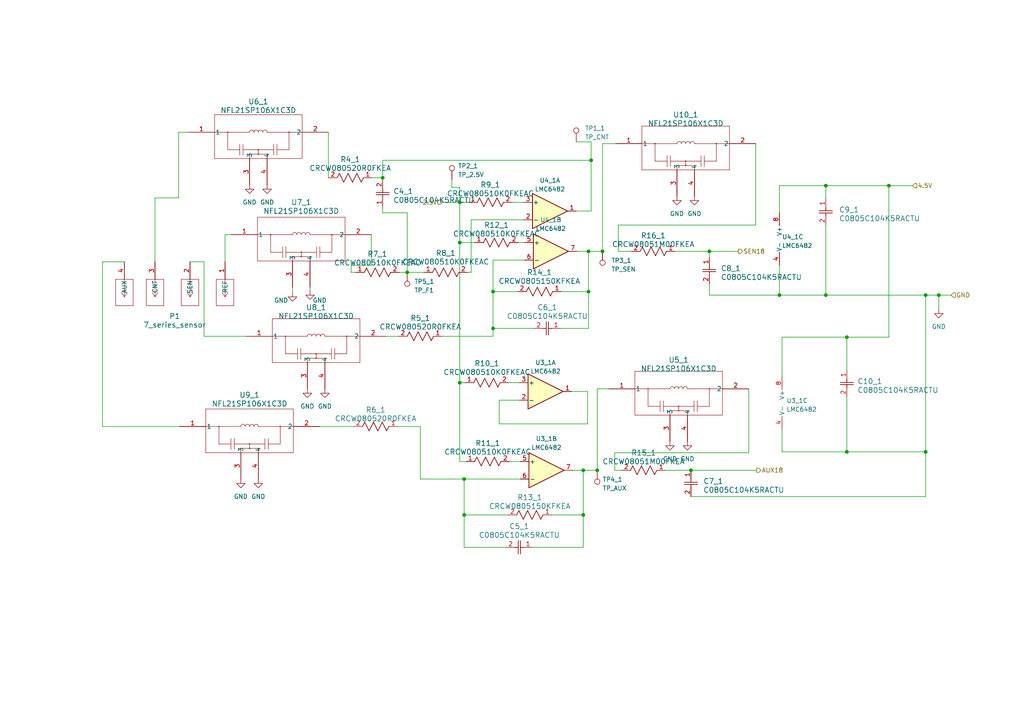
<source format=kicad_sch>
(kicad_sch (version 20230121) (generator eeschema)

  (uuid 37fb335f-abb3-4347-900e-80e06cba6c5d)

  (paper "A4")

  (lib_symbols
    (symbol "2023-07-19_08-42-50:NFL21SP106X1C3D" (pin_names (offset 0.254)) (in_bom yes) (on_board yes)
      (property "Reference" "U" (at 20.32 10.16 0)
        (effects (font (size 1.524 1.524)))
      )
      (property "Value" "NFL21SP106X1C3D" (at 20.32 7.62 0)
        (effects (font (size 1.524 1.524)))
      )
      (property "Footprint" "GCAP_NFL21SP106X1C3D_MUR" (at 0 0 0)
        (effects (font (size 1.27 1.27) italic) hide)
      )
      (property "Datasheet" "NFL21SP106X1C3D" (at 0 0 0)
        (effects (font (size 1.27 1.27) italic) hide)
      )
      (property "ki_locked" "" (at 0 0 0)
        (effects (font (size 1.27 1.27)))
      )
      (property "ki_keywords" "NFL21SP106X1C3D" (at 0 0 0)
        (effects (font (size 1.27 1.27)) hide)
      )
      (property "ki_fp_filters" "GCAP_NFL21SP106X1C3D_MUR GCAP_NFL21SP106X1C3D_MUR-M GCAP_NFL21SP106X1C3D_MUR-L" (at 0 0 0)
        (effects (font (size 1.27 1.27)) hide)
      )
      (symbol "NFL21SP106X1C3D_0_1"
        (polyline
          (pts
            (xy 7.62 -7.62)
            (xy 33.02 -7.62)
          )
          (stroke (width 0.127) (type default))
          (fill (type none))
        )
        (polyline
          (pts
            (xy 7.62 0)
            (xy 17.78 0)
          )
          (stroke (width 0.127) (type default))
          (fill (type none))
        )
        (polyline
          (pts
            (xy 7.62 5.08)
            (xy 7.62 -7.62)
          )
          (stroke (width 0.127) (type default))
          (fill (type none))
        )
        (polyline
          (pts
            (xy 11.43 -5.08)
            (xy 14.9225 -5.08)
          )
          (stroke (width 0.127) (type default))
          (fill (type none))
        )
        (polyline
          (pts
            (xy 11.43 0)
            (xy 11.43 -5.08)
          )
          (stroke (width 0.127) (type default))
          (fill (type none))
        )
        (polyline
          (pts
            (xy 14.9225 -3.4925)
            (xy 14.9225 -6.6675)
          )
          (stroke (width 0.127) (type default))
          (fill (type none))
        )
        (polyline
          (pts
            (xy 15.875 -6.6675)
            (xy 15.875 -3.4925)
          )
          (stroke (width 0.127) (type default))
          (fill (type none))
        )
        (polyline
          (pts
            (xy 17.78 -6.35)
            (xy 17.78 -7.62)
          )
          (stroke (width 0.127) (type default))
          (fill (type none))
        )
        (polyline
          (pts
            (xy 17.78 -6.35)
            (xy 22.86 -6.35)
          )
          (stroke (width 0.127) (type default))
          (fill (type none))
        )
        (polyline
          (pts
            (xy 20.32 -6.35)
            (xy 20.32 -5.08)
          )
          (stroke (width 0.127) (type default))
          (fill (type none))
        )
        (polyline
          (pts
            (xy 22.86 -6.35)
            (xy 22.86 -7.62)
          )
          (stroke (width 0.127) (type default))
          (fill (type none))
        )
        (polyline
          (pts
            (xy 22.86 0)
            (xy 33.02 0)
          )
          (stroke (width 0.127) (type default))
          (fill (type none))
        )
        (polyline
          (pts
            (xy 24.765 -5.08)
            (xy 15.875 -5.08)
          )
          (stroke (width 0.127) (type default))
          (fill (type none))
        )
        (polyline
          (pts
            (xy 24.765 -3.4925)
            (xy 24.765 -6.6675)
          )
          (stroke (width 0.127) (type default))
          (fill (type none))
        )
        (polyline
          (pts
            (xy 25.7175 -5.08)
            (xy 29.21 -5.08)
          )
          (stroke (width 0.127) (type default))
          (fill (type none))
        )
        (polyline
          (pts
            (xy 25.7175 -3.4925)
            (xy 25.7175 -6.6675)
          )
          (stroke (width 0.127) (type default))
          (fill (type none))
        )
        (polyline
          (pts
            (xy 29.21 0)
            (xy 29.21 -5.08)
          )
          (stroke (width 0.127) (type default))
          (fill (type none))
        )
        (polyline
          (pts
            (xy 33.02 -7.62)
            (xy 33.02 5.08)
          )
          (stroke (width 0.127) (type default))
          (fill (type none))
        )
        (polyline
          (pts
            (xy 33.02 5.08)
            (xy 7.62 5.08)
          )
          (stroke (width 0.127) (type default))
          (fill (type none))
        )
        (circle (center 11.43 0) (radius 0.127)
          (stroke (width 0.127) (type default))
          (fill (type none))
        )
        (arc (start 19.05 0) (mid 18.415 0.6323) (end 17.78 0)
          (stroke (width 0.127) (type default))
          (fill (type none))
        )
        (circle (center 20.32 -6.35) (radius 0.127)
          (stroke (width 0.127) (type default))
          (fill (type none))
        )
        (circle (center 20.32 -5.08) (radius 0.127)
          (stroke (width 0.127) (type default))
          (fill (type none))
        )
        (arc (start 20.32 0) (mid 19.685 0.6323) (end 19.05 0)
          (stroke (width 0.127) (type default))
          (fill (type none))
        )
        (arc (start 21.59 0) (mid 20.955 0.6323) (end 20.32 0)
          (stroke (width 0.127) (type default))
          (fill (type none))
        )
        (arc (start 22.86 0) (mid 22.225 0.6323) (end 21.59 0)
          (stroke (width 0.127) (type default))
          (fill (type none))
        )
        (circle (center 29.21 0) (radius 0.127)
          (stroke (width 0.127) (type default))
          (fill (type none))
        )
        (pin unspecified line (at 0 0 0) (length 7.62)
          (name "1" (effects (font (size 1.27 1.27))))
          (number "1" (effects (font (size 1.27 1.27))))
        )
        (pin unspecified line (at 40.64 0 180) (length 7.62)
          (name "2" (effects (font (size 1.27 1.27))))
          (number "2" (effects (font (size 1.27 1.27))))
        )
        (pin unspecified line (at 17.78 -15.24 90) (length 7.62)
          (name "3" (effects (font (size 1.27 1.27))))
          (number "3" (effects (font (size 1.27 1.27))))
        )
        (pin unspecified line (at 22.86 -15.24 90) (length 7.62)
          (name "4" (effects (font (size 1.27 1.27))))
          (number "4" (effects (font (size 1.27 1.27))))
        )
      )
    )
    (symbol "7_series_sensor:7_series_sensor" (pin_names (offset 0.254)) (in_bom yes) (on_board yes)
      (property "Reference" "J" (at 8.89 6.35 0)
        (effects (font (size 1.524 1.524)))
      )
      (property "Value" "7_series_sensor" (at -2.54 6.35 0)
        (effects (font (size 1.524 1.524)))
      )
      (property "Footprint" "CONN_0331-0-15-15-18-14-10-0_MIM" (at 1.27 -5.08 0)
        (effects (font (size 1.27 1.27) italic) hide)
      )
      (property "Datasheet" "0331-0-15-15-18-14-10-0" (at 1.27 -2.54 0)
        (effects (font (size 1.27 1.27) italic) hide)
      )
      (property "ki_locked" "" (at 0 0 0)
        (effects (font (size 1.27 1.27)))
      )
      (property "ki_keywords" "0331-0-15-15-18-14-10-0" (at 0 0 0)
        (effects (font (size 1.27 1.27)) hide)
      )
      (property "ki_fp_filters" "CONN_0331-0-15-15-18-14-10-0_MIM" (at 0 0 0)
        (effects (font (size 1.27 1.27)) hide)
      )
      (symbol "7_series_sensor_1_1"
        (polyline
          (pts
            (xy -36.83 7.62)
            (xy -31.75 7.62)
          )
          (stroke (width 0.127) (type default))
          (fill (type none))
        )
        (polyline
          (pts
            (xy -36.83 15.24)
            (xy -36.83 7.62)
          )
          (stroke (width 0.127) (type default))
          (fill (type none))
        )
        (polyline
          (pts
            (xy -34.29 10.16)
            (xy -35.1367 11.43)
          )
          (stroke (width 0.127) (type default))
          (fill (type none))
        )
        (polyline
          (pts
            (xy -34.29 10.16)
            (xy -34.29 15.24)
          )
          (stroke (width 0.127) (type default))
          (fill (type none))
        )
        (polyline
          (pts
            (xy -34.29 10.16)
            (xy -33.4433 11.43)
          )
          (stroke (width 0.127) (type default))
          (fill (type none))
        )
        (polyline
          (pts
            (xy -31.75 7.62)
            (xy -31.75 15.24)
          )
          (stroke (width 0.127) (type default))
          (fill (type none))
        )
        (polyline
          (pts
            (xy -31.75 15.24)
            (xy -36.83 15.24)
          )
          (stroke (width 0.127) (type default))
          (fill (type none))
        )
        (polyline
          (pts
            (xy -27.94 7.62)
            (xy -22.86 7.62)
          )
          (stroke (width 0.127) (type default))
          (fill (type none))
        )
        (polyline
          (pts
            (xy -27.94 15.24)
            (xy -27.94 7.62)
          )
          (stroke (width 0.127) (type default))
          (fill (type none))
        )
        (polyline
          (pts
            (xy -25.4 10.16)
            (xy -26.2467 11.43)
          )
          (stroke (width 0.127) (type default))
          (fill (type none))
        )
        (polyline
          (pts
            (xy -25.4 10.16)
            (xy -25.4 15.24)
          )
          (stroke (width 0.127) (type default))
          (fill (type none))
        )
        (polyline
          (pts
            (xy -25.4 10.16)
            (xy -24.5533 11.43)
          )
          (stroke (width 0.127) (type default))
          (fill (type none))
        )
        (polyline
          (pts
            (xy -22.86 7.62)
            (xy -22.86 15.24)
          )
          (stroke (width 0.127) (type default))
          (fill (type none))
        )
        (polyline
          (pts
            (xy -22.86 15.24)
            (xy -27.94 15.24)
          )
          (stroke (width 0.127) (type default))
          (fill (type none))
        )
        (polyline
          (pts
            (xy -17.78 7.62)
            (xy -12.7 7.62)
          )
          (stroke (width 0.127) (type default))
          (fill (type none))
        )
        (polyline
          (pts
            (xy -17.78 15.24)
            (xy -17.78 7.62)
          )
          (stroke (width 0.127) (type default))
          (fill (type none))
        )
        (polyline
          (pts
            (xy -15.24 10.16)
            (xy -16.0867 11.43)
          )
          (stroke (width 0.127) (type default))
          (fill (type none))
        )
        (polyline
          (pts
            (xy -15.24 10.16)
            (xy -15.24 15.24)
          )
          (stroke (width 0.127) (type default))
          (fill (type none))
        )
        (polyline
          (pts
            (xy -15.24 10.16)
            (xy -14.3933 11.43)
          )
          (stroke (width 0.127) (type default))
          (fill (type none))
        )
        (polyline
          (pts
            (xy -12.7 7.62)
            (xy -12.7 15.24)
          )
          (stroke (width 0.127) (type default))
          (fill (type none))
        )
        (polyline
          (pts
            (xy -12.7 15.24)
            (xy -17.78 15.24)
          )
          (stroke (width 0.127) (type default))
          (fill (type none))
        )
        (polyline
          (pts
            (xy -7.62 7.62)
            (xy -2.54 7.62)
          )
          (stroke (width 0.127) (type default))
          (fill (type none))
        )
        (polyline
          (pts
            (xy -7.62 15.24)
            (xy -7.62 7.62)
          )
          (stroke (width 0.127) (type default))
          (fill (type none))
        )
        (polyline
          (pts
            (xy -5.08 10.16)
            (xy -5.9267 11.43)
          )
          (stroke (width 0.127) (type default))
          (fill (type none))
        )
        (polyline
          (pts
            (xy -5.08 10.16)
            (xy -5.08 15.24)
          )
          (stroke (width 0.127) (type default))
          (fill (type none))
        )
        (polyline
          (pts
            (xy -5.08 10.16)
            (xy -4.2333 11.43)
          )
          (stroke (width 0.127) (type default))
          (fill (type none))
        )
        (polyline
          (pts
            (xy -2.54 7.62)
            (xy -2.54 15.24)
          )
          (stroke (width 0.127) (type default))
          (fill (type none))
        )
        (polyline
          (pts
            (xy -2.54 15.24)
            (xy -7.62 15.24)
          )
          (stroke (width 0.127) (type default))
          (fill (type none))
        )
        (pin bidirectional line (at -5.08 20.32 270) (length 5.08)
          (name "REF" (effects (font (size 1.27 1.27))))
          (number "1" (effects (font (size 1.27 1.27))))
        )
        (pin bidirectional line (at -15.24 20.32 270) (length 5.08)
          (name "SEN" (effects (font (size 1.27 1.27))))
          (number "2" (effects (font (size 1.27 1.27))))
        )
        (pin bidirectional line (at -25.4 20.32 270) (length 5.08)
          (name "CNT" (effects (font (size 1.27 1.27))))
          (number "3" (effects (font (size 1.27 1.27))))
        )
        (pin bidirectional line (at -34.29 20.32 270) (length 5.08)
          (name "AUX" (effects (font (size 1.27 1.27))))
          (number "4" (effects (font (size 1.27 1.27))))
        )
      )
      (symbol "7_series_sensor_1_2"
        (polyline
          (pts
            (xy 5.08 -2.54)
            (xy 12.7 -2.54)
          )
          (stroke (width 0.127) (type default))
          (fill (type none))
        )
        (polyline
          (pts
            (xy 5.08 2.54)
            (xy 5.08 -2.54)
          )
          (stroke (width 0.127) (type default))
          (fill (type none))
        )
        (polyline
          (pts
            (xy 7.62 0)
            (xy 5.08 0)
          )
          (stroke (width 0.127) (type default))
          (fill (type none))
        )
        (polyline
          (pts
            (xy 7.62 0)
            (xy 8.89 -0.8467)
          )
          (stroke (width 0.127) (type default))
          (fill (type none))
        )
        (polyline
          (pts
            (xy 7.62 0)
            (xy 8.89 0.8467)
          )
          (stroke (width 0.127) (type default))
          (fill (type none))
        )
        (polyline
          (pts
            (xy 12.7 -2.54)
            (xy 12.7 2.54)
          )
          (stroke (width 0.127) (type default))
          (fill (type none))
        )
        (polyline
          (pts
            (xy 12.7 2.54)
            (xy 5.08 2.54)
          )
          (stroke (width 0.127) (type default))
          (fill (type none))
        )
        (pin unspecified line (at 0 0 0) (length 5.08)
          (name "1" (effects (font (size 1.27 1.27))))
          (number "1" (effects (font (size 1.27 1.27))))
        )
      )
    )
    (symbol "Amplifier_Operational:LMC6482" (pin_names (offset 0.127)) (in_bom yes) (on_board yes)
      (property "Reference" "U" (at 0 5.08 0)
        (effects (font (size 1.27 1.27)) (justify left))
      )
      (property "Value" "LMC6482" (at 0 -5.08 0)
        (effects (font (size 1.27 1.27)) (justify left))
      )
      (property "Footprint" "" (at 0 0 0)
        (effects (font (size 1.27 1.27)) hide)
      )
      (property "Datasheet" "http://www.ti.com/lit/ds/symlink/lmc6482.pdf" (at 0 0 0)
        (effects (font (size 1.27 1.27)) hide)
      )
      (property "ki_locked" "" (at 0 0 0)
        (effects (font (size 1.27 1.27)))
      )
      (property "ki_keywords" "dual opamp" (at 0 0 0)
        (effects (font (size 1.27 1.27)) hide)
      )
      (property "ki_description" "Dual CMOS Rail-to-Rail Input and Output Operational Amplifier, DIP-8/SOIC-8, SSOP-8" (at 0 0 0)
        (effects (font (size 1.27 1.27)) hide)
      )
      (property "ki_fp_filters" "SOIC*3.9x4.9mm*P1.27mm* DIP*W7.62mm* TO*99* OnSemi*Micro8* TSSOP*3x3mm*P0.65mm* TSSOP*4.4x3mm*P0.65mm* MSOP*3x3mm*P0.65mm* SSOP*3.9x4.9mm*P0.635mm* LFCSP*2x2mm*P0.5mm* *SIP* SOIC*5.3x6.2mm*P1.27mm*" (at 0 0 0)
        (effects (font (size 1.27 1.27)) hide)
      )
      (symbol "LMC6482_1_1"
        (polyline
          (pts
            (xy -5.08 5.08)
            (xy 5.08 0)
            (xy -5.08 -5.08)
            (xy -5.08 5.08)
          )
          (stroke (width 0.254) (type default))
          (fill (type background))
        )
        (pin output line (at 7.62 0 180) (length 2.54)
          (name "~" (effects (font (size 1.27 1.27))))
          (number "1" (effects (font (size 1.27 1.27))))
        )
        (pin input line (at -7.62 -2.54 0) (length 2.54)
          (name "-" (effects (font (size 1.27 1.27))))
          (number "2" (effects (font (size 1.27 1.27))))
        )
        (pin input line (at -7.62 2.54 0) (length 2.54)
          (name "+" (effects (font (size 1.27 1.27))))
          (number "3" (effects (font (size 1.27 1.27))))
        )
      )
      (symbol "LMC6482_2_1"
        (polyline
          (pts
            (xy -5.08 5.08)
            (xy 5.08 0)
            (xy -5.08 -5.08)
            (xy -5.08 5.08)
          )
          (stroke (width 0.254) (type default))
          (fill (type background))
        )
        (pin input line (at -7.62 2.54 0) (length 2.54)
          (name "+" (effects (font (size 1.27 1.27))))
          (number "5" (effects (font (size 1.27 1.27))))
        )
        (pin input line (at -7.62 -2.54 0) (length 2.54)
          (name "-" (effects (font (size 1.27 1.27))))
          (number "6" (effects (font (size 1.27 1.27))))
        )
        (pin output line (at 7.62 0 180) (length 2.54)
          (name "~" (effects (font (size 1.27 1.27))))
          (number "7" (effects (font (size 1.27 1.27))))
        )
      )
      (symbol "LMC6482_3_1"
        (pin power_in line (at -2.54 -7.62 90) (length 3.81)
          (name "V-" (effects (font (size 1.27 1.27))))
          (number "4" (effects (font (size 1.27 1.27))))
        )
        (pin power_in line (at -2.54 7.62 270) (length 3.81)
          (name "V+" (effects (font (size 1.27 1.27))))
          (number "8" (effects (font (size 1.27 1.27))))
        )
      )
    )
    (symbol "Connector:TestPoint" (pin_numbers hide) (pin_names (offset 0.762) hide) (in_bom yes) (on_board yes)
      (property "Reference" "TP" (at 0 6.858 0)
        (effects (font (size 1.27 1.27)))
      )
      (property "Value" "TestPoint" (at 0 5.08 0)
        (effects (font (size 1.27 1.27)))
      )
      (property "Footprint" "" (at 5.08 0 0)
        (effects (font (size 1.27 1.27)) hide)
      )
      (property "Datasheet" "~" (at 5.08 0 0)
        (effects (font (size 1.27 1.27)) hide)
      )
      (property "ki_keywords" "test point tp" (at 0 0 0)
        (effects (font (size 1.27 1.27)) hide)
      )
      (property "ki_description" "test point" (at 0 0 0)
        (effects (font (size 1.27 1.27)) hide)
      )
      (property "ki_fp_filters" "Pin* Test*" (at 0 0 0)
        (effects (font (size 1.27 1.27)) hide)
      )
      (symbol "TestPoint_0_1"
        (circle (center 0 3.302) (radius 0.762)
          (stroke (width 0) (type default))
          (fill (type none))
        )
      )
      (symbol "TestPoint_1_1"
        (pin passive line (at 0 0 90) (length 2.54)
          (name "1" (effects (font (size 1.27 1.27))))
          (number "1" (effects (font (size 1.27 1.27))))
        )
      )
    )
    (symbol "Vishay_10k:CRCW080510K0FKEAC" (pin_names (offset 0.254)) (in_bom yes) (on_board yes)
      (property "Reference" "R" (at 5.715 3.81 0)
        (effects (font (size 1.524 1.524)))
      )
      (property "Value" "CRCW080510K0FKEAC" (at 6.35 -3.81 0)
        (effects (font (size 1.524 1.524)))
      )
      (property "Footprint" "RES_CRCW_0805_VIS" (at 0 0 0)
        (effects (font (size 1.27 1.27) italic) hide)
      )
      (property "Datasheet" "CRCW080510K0FKEAC" (at 0 0 0)
        (effects (font (size 1.27 1.27) italic) hide)
      )
      (property "ki_locked" "" (at 0 0 0)
        (effects (font (size 1.27 1.27)))
      )
      (property "ki_keywords" "CRCW080510K0FKEAC" (at 0 0 0)
        (effects (font (size 1.27 1.27)) hide)
      )
      (property "ki_fp_filters" "RES_CRCW_0805_VIS RES_CRCW_0805_VIS-M RES_CRCW_0805_VIS-L" (at 0 0 0)
        (effects (font (size 1.27 1.27)) hide)
      )
      (symbol "CRCW080510K0FKEAC_1_1"
        (polyline
          (pts
            (xy 2.54 0)
            (xy 3.175 1.27)
          )
          (stroke (width 0.2032) (type default))
          (fill (type none))
        )
        (polyline
          (pts
            (xy 3.175 1.27)
            (xy 4.445 -1.27)
          )
          (stroke (width 0.2032) (type default))
          (fill (type none))
        )
        (polyline
          (pts
            (xy 4.445 -1.27)
            (xy 5.715 1.27)
          )
          (stroke (width 0.2032) (type default))
          (fill (type none))
        )
        (polyline
          (pts
            (xy 5.715 1.27)
            (xy 6.985 -1.27)
          )
          (stroke (width 0.2032) (type default))
          (fill (type none))
        )
        (polyline
          (pts
            (xy 6.985 -1.27)
            (xy 8.255 1.27)
          )
          (stroke (width 0.2032) (type default))
          (fill (type none))
        )
        (polyline
          (pts
            (xy 8.255 1.27)
            (xy 9.525 -1.27)
          )
          (stroke (width 0.2032) (type default))
          (fill (type none))
        )
        (polyline
          (pts
            (xy 9.525 -1.27)
            (xy 10.16 0)
          )
          (stroke (width 0.2032) (type default))
          (fill (type none))
        )
        (pin unspecified line (at 0 0 0) (length 2.54)
          (name "" (effects (font (size 1.27 1.27))))
          (number "1" (effects (font (size 1.27 1.27))))
        )
        (pin unspecified line (at 12.7 0 180) (length 2.54)
          (name "" (effects (font (size 1.27 1.27))))
          (number "2" (effects (font (size 1.27 1.27))))
        )
      )
      (symbol "CRCW080510K0FKEAC_1_2"
        (polyline
          (pts
            (xy -1.27 3.175)
            (xy 1.27 4.445)
          )
          (stroke (width 0.2032) (type default))
          (fill (type none))
        )
        (polyline
          (pts
            (xy -1.27 5.715)
            (xy 1.27 6.985)
          )
          (stroke (width 0.2032) (type default))
          (fill (type none))
        )
        (polyline
          (pts
            (xy -1.27 8.255)
            (xy 1.27 9.525)
          )
          (stroke (width 0.2032) (type default))
          (fill (type none))
        )
        (polyline
          (pts
            (xy 0 2.54)
            (xy -1.27 3.175)
          )
          (stroke (width 0.2032) (type default))
          (fill (type none))
        )
        (polyline
          (pts
            (xy 1.27 4.445)
            (xy -1.27 5.715)
          )
          (stroke (width 0.2032) (type default))
          (fill (type none))
        )
        (polyline
          (pts
            (xy 1.27 6.985)
            (xy -1.27 8.255)
          )
          (stroke (width 0.2032) (type default))
          (fill (type none))
        )
        (polyline
          (pts
            (xy 1.27 9.525)
            (xy 0 10.16)
          )
          (stroke (width 0.2032) (type default))
          (fill (type none))
        )
        (pin unspecified line (at 0 12.7 270) (length 2.54)
          (name "" (effects (font (size 1.27 1.27))))
          (number "1" (effects (font (size 1.27 1.27))))
        )
        (pin unspecified line (at 0 0 90) (length 2.54)
          (name "" (effects (font (size 1.27 1.27))))
          (number "2" (effects (font (size 1.27 1.27))))
        )
      )
    )
    (symbol "Vishay_150k:CRCW0805150KFKEA" (pin_names (offset 0.254)) (in_bom yes) (on_board yes)
      (property "Reference" "R" (at 5.715 3.81 0)
        (effects (font (size 1.524 1.524)))
      )
      (property "Value" "CRCW0805150KFKEA" (at 6.35 -3.81 0)
        (effects (font (size 1.524 1.524)))
      )
      (property "Footprint" "RC0805N_VIS" (at 0 0 0)
        (effects (font (size 1.27 1.27) italic) hide)
      )
      (property "Datasheet" "CRCW0805150KFKEA" (at 0 0 0)
        (effects (font (size 1.27 1.27) italic) hide)
      )
      (property "ki_locked" "" (at 0 0 0)
        (effects (font (size 1.27 1.27)))
      )
      (property "ki_keywords" "CRCW0805150KFKEA" (at 0 0 0)
        (effects (font (size 1.27 1.27)) hide)
      )
      (property "ki_fp_filters" "RC0805N_VIS RC0805N_VIS-M RC0805N_VIS-L" (at 0 0 0)
        (effects (font (size 1.27 1.27)) hide)
      )
      (symbol "CRCW0805150KFKEA_1_1"
        (polyline
          (pts
            (xy 2.54 0)
            (xy 3.175 1.27)
          )
          (stroke (width 0.2032) (type default))
          (fill (type none))
        )
        (polyline
          (pts
            (xy 3.175 1.27)
            (xy 4.445 -1.27)
          )
          (stroke (width 0.2032) (type default))
          (fill (type none))
        )
        (polyline
          (pts
            (xy 4.445 -1.27)
            (xy 5.715 1.27)
          )
          (stroke (width 0.2032) (type default))
          (fill (type none))
        )
        (polyline
          (pts
            (xy 5.715 1.27)
            (xy 6.985 -1.27)
          )
          (stroke (width 0.2032) (type default))
          (fill (type none))
        )
        (polyline
          (pts
            (xy 6.985 -1.27)
            (xy 8.255 1.27)
          )
          (stroke (width 0.2032) (type default))
          (fill (type none))
        )
        (polyline
          (pts
            (xy 8.255 1.27)
            (xy 9.525 -1.27)
          )
          (stroke (width 0.2032) (type default))
          (fill (type none))
        )
        (polyline
          (pts
            (xy 9.525 -1.27)
            (xy 10.16 0)
          )
          (stroke (width 0.2032) (type default))
          (fill (type none))
        )
        (pin unspecified line (at 12.7 0 180) (length 2.54)
          (name "" (effects (font (size 1.27 1.27))))
          (number "1" (effects (font (size 1.27 1.27))))
        )
        (pin unspecified line (at 0 0 0) (length 2.54)
          (name "" (effects (font (size 1.27 1.27))))
          (number "2" (effects (font (size 1.27 1.27))))
        )
      )
      (symbol "CRCW0805150KFKEA_1_2"
        (polyline
          (pts
            (xy -1.27 3.175)
            (xy 1.27 4.445)
          )
          (stroke (width 0.2032) (type default))
          (fill (type none))
        )
        (polyline
          (pts
            (xy -1.27 5.715)
            (xy 1.27 6.985)
          )
          (stroke (width 0.2032) (type default))
          (fill (type none))
        )
        (polyline
          (pts
            (xy -1.27 8.255)
            (xy 1.27 9.525)
          )
          (stroke (width 0.2032) (type default))
          (fill (type none))
        )
        (polyline
          (pts
            (xy 0 2.54)
            (xy -1.27 3.175)
          )
          (stroke (width 0.2032) (type default))
          (fill (type none))
        )
        (polyline
          (pts
            (xy 1.27 4.445)
            (xy -1.27 5.715)
          )
          (stroke (width 0.2032) (type default))
          (fill (type none))
        )
        (polyline
          (pts
            (xy 1.27 6.985)
            (xy -1.27 8.255)
          )
          (stroke (width 0.2032) (type default))
          (fill (type none))
        )
        (polyline
          (pts
            (xy 1.27 9.525)
            (xy 0 10.16)
          )
          (stroke (width 0.2032) (type default))
          (fill (type none))
        )
        (pin unspecified line (at 0 12.7 270) (length 2.54)
          (name "" (effects (font (size 1.27 1.27))))
          (number "1" (effects (font (size 1.27 1.27))))
        )
        (pin unspecified line (at 0 0 90) (length 2.54)
          (name "" (effects (font (size 1.27 1.27))))
          (number "2" (effects (font (size 1.27 1.27))))
        )
      )
    )
    (symbol "Vishay_1M:CRCW08051M00FKEA" (pin_names (offset 0.254)) (in_bom yes) (on_board yes)
      (property "Reference" "R" (at 5.715 3.81 0)
        (effects (font (size 1.524 1.524)))
      )
      (property "Value" "CRCW08051M00FKEA" (at 6.35 -3.81 0)
        (effects (font (size 1.524 1.524)))
      )
      (property "Footprint" "RES_CRCW_0805" (at 0 0 0)
        (effects (font (size 1.27 1.27) italic) hide)
      )
      (property "Datasheet" "CRCW08051M00FKEA" (at 0 0 0)
        (effects (font (size 1.27 1.27) italic) hide)
      )
      (property "ki_locked" "" (at 0 0 0)
        (effects (font (size 1.27 1.27)))
      )
      (property "ki_keywords" "CRCW08051M00FKEA" (at 0 0 0)
        (effects (font (size 1.27 1.27)) hide)
      )
      (property "ki_fp_filters" "RES_CRCW_0805 RES_CRCW_0805-M RES_CRCW_0805-L" (at 0 0 0)
        (effects (font (size 1.27 1.27)) hide)
      )
      (symbol "CRCW08051M00FKEA_1_1"
        (polyline
          (pts
            (xy 2.54 0)
            (xy 3.175 1.27)
          )
          (stroke (width 0.2032) (type default))
          (fill (type none))
        )
        (polyline
          (pts
            (xy 3.175 1.27)
            (xy 4.445 -1.27)
          )
          (stroke (width 0.2032) (type default))
          (fill (type none))
        )
        (polyline
          (pts
            (xy 4.445 -1.27)
            (xy 5.715 1.27)
          )
          (stroke (width 0.2032) (type default))
          (fill (type none))
        )
        (polyline
          (pts
            (xy 5.715 1.27)
            (xy 6.985 -1.27)
          )
          (stroke (width 0.2032) (type default))
          (fill (type none))
        )
        (polyline
          (pts
            (xy 6.985 -1.27)
            (xy 8.255 1.27)
          )
          (stroke (width 0.2032) (type default))
          (fill (type none))
        )
        (polyline
          (pts
            (xy 8.255 1.27)
            (xy 9.525 -1.27)
          )
          (stroke (width 0.2032) (type default))
          (fill (type none))
        )
        (polyline
          (pts
            (xy 9.525 -1.27)
            (xy 10.16 0)
          )
          (stroke (width 0.2032) (type default))
          (fill (type none))
        )
        (pin unspecified line (at 12.7 0 180) (length 2.54)
          (name "" (effects (font (size 1.27 1.27))))
          (number "1" (effects (font (size 1.27 1.27))))
        )
        (pin unspecified line (at 0 0 0) (length 2.54)
          (name "" (effects (font (size 1.27 1.27))))
          (number "2" (effects (font (size 1.27 1.27))))
        )
      )
      (symbol "CRCW08051M00FKEA_1_2"
        (polyline
          (pts
            (xy -1.27 3.175)
            (xy 1.27 4.445)
          )
          (stroke (width 0.2032) (type default))
          (fill (type none))
        )
        (polyline
          (pts
            (xy -1.27 5.715)
            (xy 1.27 6.985)
          )
          (stroke (width 0.2032) (type default))
          (fill (type none))
        )
        (polyline
          (pts
            (xy -1.27 8.255)
            (xy 1.27 9.525)
          )
          (stroke (width 0.2032) (type default))
          (fill (type none))
        )
        (polyline
          (pts
            (xy 0 2.54)
            (xy -1.27 3.175)
          )
          (stroke (width 0.2032) (type default))
          (fill (type none))
        )
        (polyline
          (pts
            (xy 1.27 4.445)
            (xy -1.27 5.715)
          )
          (stroke (width 0.2032) (type default))
          (fill (type none))
        )
        (polyline
          (pts
            (xy 1.27 6.985)
            (xy -1.27 8.255)
          )
          (stroke (width 0.2032) (type default))
          (fill (type none))
        )
        (polyline
          (pts
            (xy 1.27 9.525)
            (xy 0 10.16)
          )
          (stroke (width 0.2032) (type default))
          (fill (type none))
        )
        (pin unspecified line (at 0 12.7 270) (length 2.54)
          (name "" (effects (font (size 1.27 1.27))))
          (number "1" (effects (font (size 1.27 1.27))))
        )
        (pin unspecified line (at 0 0 90) (length 2.54)
          (name "" (effects (font (size 1.27 1.27))))
          (number "2" (effects (font (size 1.27 1.27))))
        )
      )
    )
    (symbol "Vishay_20R:CRCW080520R0FKEA" (pin_names (offset 0.254)) (in_bom yes) (on_board yes)
      (property "Reference" "R" (at 5.715 3.81 0)
        (effects (font (size 1.524 1.524)))
      )
      (property "Value" "CRCW080520R0FKEA" (at 6.35 -3.81 0)
        (effects (font (size 1.524 1.524)))
      )
      (property "Footprint" "RC0805N_VIS" (at 0 0 0)
        (effects (font (size 1.27 1.27) italic) hide)
      )
      (property "Datasheet" "CRCW080520R0FKEA" (at 0 0 0)
        (effects (font (size 1.27 1.27) italic) hide)
      )
      (property "ki_locked" "" (at 0 0 0)
        (effects (font (size 1.27 1.27)))
      )
      (property "ki_keywords" "CRCW080520R0FKEA" (at 0 0 0)
        (effects (font (size 1.27 1.27)) hide)
      )
      (property "ki_fp_filters" "RC0805N_VIS RC0805N_VIS-M RC0805N_VIS-L" (at 0 0 0)
        (effects (font (size 1.27 1.27)) hide)
      )
      (symbol "CRCW080520R0FKEA_1_1"
        (polyline
          (pts
            (xy 2.54 0)
            (xy 3.175 1.27)
          )
          (stroke (width 0.2032) (type default))
          (fill (type none))
        )
        (polyline
          (pts
            (xy 3.175 1.27)
            (xy 4.445 -1.27)
          )
          (stroke (width 0.2032) (type default))
          (fill (type none))
        )
        (polyline
          (pts
            (xy 4.445 -1.27)
            (xy 5.715 1.27)
          )
          (stroke (width 0.2032) (type default))
          (fill (type none))
        )
        (polyline
          (pts
            (xy 5.715 1.27)
            (xy 6.985 -1.27)
          )
          (stroke (width 0.2032) (type default))
          (fill (type none))
        )
        (polyline
          (pts
            (xy 6.985 -1.27)
            (xy 8.255 1.27)
          )
          (stroke (width 0.2032) (type default))
          (fill (type none))
        )
        (polyline
          (pts
            (xy 8.255 1.27)
            (xy 9.525 -1.27)
          )
          (stroke (width 0.2032) (type default))
          (fill (type none))
        )
        (polyline
          (pts
            (xy 9.525 -1.27)
            (xy 10.16 0)
          )
          (stroke (width 0.2032) (type default))
          (fill (type none))
        )
        (pin unspecified line (at 12.7 0 180) (length 2.54)
          (name "" (effects (font (size 1.27 1.27))))
          (number "1" (effects (font (size 1.27 1.27))))
        )
        (pin unspecified line (at 0 0 0) (length 2.54)
          (name "" (effects (font (size 1.27 1.27))))
          (number "2" (effects (font (size 1.27 1.27))))
        )
      )
      (symbol "CRCW080520R0FKEA_1_2"
        (polyline
          (pts
            (xy -1.27 3.175)
            (xy 1.27 4.445)
          )
          (stroke (width 0.2032) (type default))
          (fill (type none))
        )
        (polyline
          (pts
            (xy -1.27 5.715)
            (xy 1.27 6.985)
          )
          (stroke (width 0.2032) (type default))
          (fill (type none))
        )
        (polyline
          (pts
            (xy -1.27 8.255)
            (xy 1.27 9.525)
          )
          (stroke (width 0.2032) (type default))
          (fill (type none))
        )
        (polyline
          (pts
            (xy 0 2.54)
            (xy -1.27 3.175)
          )
          (stroke (width 0.2032) (type default))
          (fill (type none))
        )
        (polyline
          (pts
            (xy 1.27 4.445)
            (xy -1.27 5.715)
          )
          (stroke (width 0.2032) (type default))
          (fill (type none))
        )
        (polyline
          (pts
            (xy 1.27 6.985)
            (xy -1.27 8.255)
          )
          (stroke (width 0.2032) (type default))
          (fill (type none))
        )
        (polyline
          (pts
            (xy 1.27 9.525)
            (xy 0 10.16)
          )
          (stroke (width 0.2032) (type default))
          (fill (type none))
        )
        (pin unspecified line (at 0 12.7 270) (length 2.54)
          (name "" (effects (font (size 1.27 1.27))))
          (number "1" (effects (font (size 1.27 1.27))))
        )
        (pin unspecified line (at 0 0 90) (length 2.54)
          (name "" (effects (font (size 1.27 1.27))))
          (number "2" (effects (font (size 1.27 1.27))))
        )
      )
    )
    (symbol "kemet_0.1uf:C0805C104K5RACTU" (pin_names (offset 0.254)) (in_bom yes) (on_board yes)
      (property "Reference" "C" (at 3.81 3.81 0)
        (effects (font (size 1.524 1.524)))
      )
      (property "Value" "C0805C104K5RACTU" (at 3.81 -3.81 0)
        (effects (font (size 1.524 1.524)))
      )
      (property "Footprint" "CAPC220145_88N_KEM" (at 0 0 0)
        (effects (font (size 1.27 1.27) italic) hide)
      )
      (property "Datasheet" "C0805C104K5RACTU" (at 0 0 0)
        (effects (font (size 1.27 1.27) italic) hide)
      )
      (property "ki_locked" "" (at 0 0 0)
        (effects (font (size 1.27 1.27)))
      )
      (property "ki_keywords" "C0805C104K5RACTU" (at 0 0 0)
        (effects (font (size 1.27 1.27)) hide)
      )
      (property "ki_fp_filters" "CAPC220145_88N_KEM CAPC220145_88N_KEM-M CAPC220145_88N_KEM-L" (at 0 0 0)
        (effects (font (size 1.27 1.27)) hide)
      )
      (symbol "C0805C104K5RACTU_1_1"
        (polyline
          (pts
            (xy 2.54 0)
            (xy 3.4798 0)
          )
          (stroke (width 0.2032) (type default))
          (fill (type none))
        )
        (polyline
          (pts
            (xy 3.4798 -1.905)
            (xy 3.4798 1.905)
          )
          (stroke (width 0.2032) (type default))
          (fill (type none))
        )
        (polyline
          (pts
            (xy 4.1148 -1.905)
            (xy 4.1148 1.905)
          )
          (stroke (width 0.2032) (type default))
          (fill (type none))
        )
        (polyline
          (pts
            (xy 4.1148 0)
            (xy 5.08 0)
          )
          (stroke (width 0.2032) (type default))
          (fill (type none))
        )
        (pin unspecified line (at 0 0 0) (length 2.54)
          (name "" (effects (font (size 1.27 1.27))))
          (number "1" (effects (font (size 1.27 1.27))))
        )
        (pin unspecified line (at 7.62 0 180) (length 2.54)
          (name "" (effects (font (size 1.27 1.27))))
          (number "2" (effects (font (size 1.27 1.27))))
        )
      )
      (symbol "C0805C104K5RACTU_1_2"
        (polyline
          (pts
            (xy -1.905 -4.1148)
            (xy 1.905 -4.1148)
          )
          (stroke (width 0.2032) (type default))
          (fill (type none))
        )
        (polyline
          (pts
            (xy -1.905 -3.4798)
            (xy 1.905 -3.4798)
          )
          (stroke (width 0.2032) (type default))
          (fill (type none))
        )
        (polyline
          (pts
            (xy 0 -4.1148)
            (xy 0 -5.08)
          )
          (stroke (width 0.2032) (type default))
          (fill (type none))
        )
        (polyline
          (pts
            (xy 0 -2.54)
            (xy 0 -3.4798)
          )
          (stroke (width 0.2032) (type default))
          (fill (type none))
        )
        (pin unspecified line (at 0 0 270) (length 2.54)
          (name "" (effects (font (size 1.27 1.27))))
          (number "1" (effects (font (size 1.27 1.27))))
        )
        (pin unspecified line (at 0 -7.62 90) (length 2.54)
          (name "" (effects (font (size 1.27 1.27))))
          (number "2" (effects (font (size 1.27 1.27))))
        )
      )
    )
    (symbol "power:GND" (power) (pin_names (offset 0)) (in_bom yes) (on_board yes)
      (property "Reference" "#PWR" (at 0 -6.35 0)
        (effects (font (size 1.27 1.27)) hide)
      )
      (property "Value" "GND" (at 0 -3.81 0)
        (effects (font (size 1.27 1.27)))
      )
      (property "Footprint" "" (at 0 0 0)
        (effects (font (size 1.27 1.27)) hide)
      )
      (property "Datasheet" "" (at 0 0 0)
        (effects (font (size 1.27 1.27)) hide)
      )
      (property "ki_keywords" "global power" (at 0 0 0)
        (effects (font (size 1.27 1.27)) hide)
      )
      (property "ki_description" "Power symbol creates a global label with name \"GND\" , ground" (at 0 0 0)
        (effects (font (size 1.27 1.27)) hide)
      )
      (symbol "GND_0_1"
        (polyline
          (pts
            (xy 0 0)
            (xy 0 -1.27)
            (xy 1.27 -1.27)
            (xy 0 -2.54)
            (xy -1.27 -1.27)
            (xy 0 -1.27)
          )
          (stroke (width 0) (type default))
          (fill (type none))
        )
      )
      (symbol "GND_1_1"
        (pin power_in line (at 0 0 270) (length 0) hide
          (name "GND" (effects (font (size 1.27 1.27))))
          (number "1" (effects (font (size 1.27 1.27))))
        )
      )
    )
  )

  (junction (at 110.998 51.562) (diameter 0) (color 0 0 0 0)
    (uuid 08cb131c-ce1d-4f00-9e00-f2f6e795704a)
  )
  (junction (at 245.618 131.064) (diameter 0) (color 0 0 0 0)
    (uuid 0f10b652-3d67-4ab0-bfaa-6ad19fda0b42)
  )
  (junction (at 205.74 72.898) (diameter 0) (color 0 0 0 0)
    (uuid 126369f5-7fea-4d33-b293-198636245aca)
  )
  (junction (at 133.35 110.998) (diameter 0) (color 0 0 0 0)
    (uuid 1fc1e552-122a-4708-8330-ffcaa14b3647)
  )
  (junction (at 245.618 97.79) (diameter 0) (color 0 0 0 0)
    (uuid 22bc2926-7c7c-48a8-a006-9fc9b6e8c7d7)
  )
  (junction (at 239.522 53.848) (diameter 0) (color 0 0 0 0)
    (uuid 2933ff4b-9fc3-4c85-a5a8-bec2c0929157)
  )
  (junction (at 133.35 70.358) (diameter 0) (color 0 0 0 0)
    (uuid 38a0faf2-0afd-4a1d-9706-a55d13fae688)
  )
  (junction (at 272.288 85.598) (diameter 0) (color 0 0 0 0)
    (uuid 432ca085-32ea-449f-8d81-8baccfa00cf6)
  )
  (junction (at 174.752 72.898) (diameter 0) (color 0 0 0 0)
    (uuid 4ec1afb4-157d-4311-b9e6-b67e6db1dfa8)
  )
  (junction (at 239.522 85.598) (diameter 0) (color 0 0 0 0)
    (uuid 57f0e7a0-6848-4571-8c3b-c7939f4f816e)
  )
  (junction (at 134.62 149.352) (diameter 0) (color 0 0 0 0)
    (uuid 68c18a30-fca6-4629-8422-2642de93cb0e)
  )
  (junction (at 200.406 136.398) (diameter 0) (color 0 0 0 0)
    (uuid 6c5c344a-1539-4a43-a917-589169d0a6d1)
  )
  (junction (at 143.002 84.582) (diameter 0) (color 0 0 0 0)
    (uuid 7230e47a-9418-4bdd-ab36-4465a6b043f3)
  )
  (junction (at 170.688 84.582) (diameter 0) (color 0 0 0 0)
    (uuid 7e84deec-6f38-4d15-97b7-77eff88db1b0)
  )
  (junction (at 171.45 46.482) (diameter 0) (color 0 0 0 0)
    (uuid 8e092869-4127-4ec5-b7a0-8fc9a9cfe99d)
  )
  (junction (at 133.35 58.674) (diameter 0) (color 0 0 0 0)
    (uuid a3ece471-703c-4bc6-b05c-7a48d38e3ab9)
  )
  (junction (at 170.688 72.898) (diameter 0) (color 0 0 0 0)
    (uuid ac7acde7-b847-4441-a243-1b717d26948e)
  )
  (junction (at 118.11 78.994) (diameter 0) (color 0 0 0 0)
    (uuid b566e255-6394-4e1d-beb4-c623baed2ec6)
  )
  (junction (at 169.164 136.398) (diameter 0) (color 0 0 0 0)
    (uuid be461f3f-8647-497f-b9af-fb1c4a0a1a87)
  )
  (junction (at 268.478 85.598) (diameter 0) (color 0 0 0 0)
    (uuid c55a4141-4127-4911-bcde-9f7e36dba956)
  )
  (junction (at 268.478 131.064) (diameter 0) (color 0 0 0 0)
    (uuid c88f1e3c-590d-4694-8646-4e69d2b18114)
  )
  (junction (at 134.62 138.938) (diameter 0) (color 0 0 0 0)
    (uuid dce24134-e7bf-4df6-be40-9e309937f3e5)
  )
  (junction (at 257.81 53.848) (diameter 0) (color 0 0 0 0)
    (uuid df6ffa52-6cb3-475d-a9e8-4c815a360636)
  )
  (junction (at 143.002 95.25) (diameter 0) (color 0 0 0 0)
    (uuid eacf7df9-dab8-406f-b3aa-ac14e0ba6d0a)
  )
  (junction (at 169.164 149.352) (diameter 0) (color 0 0 0 0)
    (uuid f384e0f5-3687-4610-b00e-d4910e84f910)
  )
  (junction (at 173.228 136.398) (diameter 0) (color 0 0 0 0)
    (uuid f9026b1c-07ff-4a78-ac8e-06f32a7cfb4b)
  )
  (junction (at 226.06 85.598) (diameter 0) (color 0 0 0 0)
    (uuid f9eaf4e6-9f7a-48fd-8a81-18c4d80dd45e)
  )

  (wire (pts (xy 134.62 149.352) (xy 134.62 158.75))
    (stroke (width 0) (type default))
    (uuid 0765e465-a1a5-4eb7-938e-b47eee3be95b)
  )
  (wire (pts (xy 147.828 133.858) (xy 150.876 133.858))
    (stroke (width 0) (type default))
    (uuid 0887c7ea-baea-4dd5-96e2-ea1cc1246c20)
  )
  (wire (pts (xy 29.718 75.946) (xy 29.718 123.698))
    (stroke (width 0) (type default))
    (uuid 0a14ba6b-33da-48e2-8364-8623af8a6c63)
  )
  (wire (pts (xy 134.62 149.352) (xy 147.32 149.352))
    (stroke (width 0) (type default))
    (uuid 0ba373e5-8598-49fb-b5ef-66cfdb3be6f2)
  )
  (wire (pts (xy 110.998 52.324) (xy 110.998 51.562))
    (stroke (width 0) (type default))
    (uuid 101ac221-9527-4606-b416-28a983cb0baf)
  )
  (wire (pts (xy 131.064 54.356) (xy 133.35 54.356))
    (stroke (width 0) (type default))
    (uuid 10e3d4d9-a1f3-442c-a5f0-b8024f16a21f)
  )
  (wire (pts (xy 92.71 123.698) (xy 102.616 123.698))
    (stroke (width 0) (type default))
    (uuid 12b408db-80ad-4dd6-8a1b-60fddb119e89)
  )
  (wire (pts (xy 178.308 136.398) (xy 180.34 136.398))
    (stroke (width 0) (type default))
    (uuid 12e7f0c2-4daa-4baa-b14a-afedc205f2fc)
  )
  (wire (pts (xy 134.874 110.998) (xy 133.35 110.998))
    (stroke (width 0) (type default))
    (uuid 184e12f9-9369-490a-a0b7-00bbc23a860a)
  )
  (wire (pts (xy 257.81 53.848) (xy 257.81 97.79))
    (stroke (width 0) (type default))
    (uuid 1912cdb3-2a67-45df-978b-1000758e72c4)
  )
  (wire (pts (xy 133.35 58.674) (xy 133.35 70.358))
    (stroke (width 0) (type default))
    (uuid 21555ffd-2557-46b1-9ef7-c7c4e839e0dc)
  )
  (wire (pts (xy 245.618 107.442) (xy 245.618 97.79))
    (stroke (width 0) (type default))
    (uuid 265ef02a-ad8d-4b92-b0cd-f23d93db54e2)
  )
  (wire (pts (xy 226.822 109.22) (xy 226.822 97.79))
    (stroke (width 0) (type default))
    (uuid 26e9f69e-5278-46ab-a37d-47617f2071ac)
  )
  (wire (pts (xy 135.636 78.994) (xy 136.652 78.994))
    (stroke (width 0) (type default))
    (uuid 2ab553e0-f26d-4b4f-a72a-07184463edb9)
  )
  (wire (pts (xy 174.752 72.898) (xy 170.688 72.898))
    (stroke (width 0) (type default))
    (uuid 2bea2392-e95b-4bd0-8b72-b3730f61ff1e)
  )
  (wire (pts (xy 154.432 158.75) (xy 169.164 158.75))
    (stroke (width 0) (type default))
    (uuid 2c9659de-095d-41e5-9d0c-4c6bf8625db4)
  )
  (wire (pts (xy 226.822 124.46) (xy 226.822 131.064))
    (stroke (width 0) (type default))
    (uuid 2d9feddb-9807-4f55-b484-9f76be558d95)
  )
  (wire (pts (xy 65.278 68.072) (xy 67.056 68.072))
    (stroke (width 0) (type default))
    (uuid 2dcd95b3-ba47-450d-834e-37e75cd03147)
  )
  (wire (pts (xy 200.406 144.018) (xy 268.478 144.018))
    (stroke (width 0) (type default))
    (uuid 31674438-2071-406b-9a20-c0643d699e99)
  )
  (wire (pts (xy 239.522 53.848) (xy 226.06 53.848))
    (stroke (width 0) (type default))
    (uuid 35d86969-04a5-471c-a2d8-d487b0e6aedc)
  )
  (wire (pts (xy 54.61 38.354) (xy 51.816 38.354))
    (stroke (width 0) (type default))
    (uuid 362661d2-c36e-4255-8591-f3d68ce8918e)
  )
  (wire (pts (xy 59.182 75.946) (xy 59.182 97.536))
    (stroke (width 0) (type default))
    (uuid 36447197-f0c9-4cca-a0cd-299e57161e0b)
  )
  (wire (pts (xy 160.02 149.352) (xy 169.164 149.352))
    (stroke (width 0) (type default))
    (uuid 378455f2-2eae-4d55-b5fa-b3c4ca441463)
  )
  (wire (pts (xy 245.618 97.79) (xy 257.81 97.79))
    (stroke (width 0) (type default))
    (uuid 396c48ef-c971-4c73-b012-049ca5406905)
  )
  (wire (pts (xy 226.822 97.79) (xy 245.618 97.79))
    (stroke (width 0) (type default))
    (uuid 3c9bac0e-298e-4985-b8fd-897cd95e98b9)
  )
  (wire (pts (xy 55.118 75.946) (xy 59.182 75.946))
    (stroke (width 0) (type default))
    (uuid 47553da6-80a3-46e3-9430-39c28592c771)
  )
  (wire (pts (xy 84.836 83.312) (xy 84.836 84.836))
    (stroke (width 0) (type default))
    (uuid 47d52e8b-c297-46fa-b097-efc41bbc666d)
  )
  (wire (pts (xy 121.92 123.698) (xy 121.92 138.938))
    (stroke (width 0) (type default))
    (uuid 4ad97d37-a3dc-4c99-80ab-4bf947b659f5)
  )
  (wire (pts (xy 169.164 136.398) (xy 173.228 136.398))
    (stroke (width 0) (type default))
    (uuid 4b725136-2d3d-4336-9d79-4018e4245234)
  )
  (wire (pts (xy 217.17 131.318) (xy 178.308 131.318))
    (stroke (width 0) (type default))
    (uuid 4b9ee26c-6c15-4e77-bb23-b7043ccc1ca7)
  )
  (wire (pts (xy 167.132 61.214) (xy 171.45 61.214))
    (stroke (width 0) (type default))
    (uuid 4e563861-a596-4cd9-b474-fa73a98e95c0)
  )
  (wire (pts (xy 110.998 59.944) (xy 110.998 61.722))
    (stroke (width 0) (type default))
    (uuid 4fa39311-9c27-4c5f-a261-78e6350dd26c)
  )
  (wire (pts (xy 112.014 97.536) (xy 115.57 97.536))
    (stroke (width 0) (type default))
    (uuid 50ee4b7a-1408-48a5-8d7c-d332bd7b4d1f)
  )
  (wire (pts (xy 143.002 84.582) (xy 143.002 95.25))
    (stroke (width 0) (type default))
    (uuid 51c94992-7709-4d99-bf3e-2d239bf7cdc3)
  )
  (wire (pts (xy 89.916 83.312) (xy 89.916 84.328))
    (stroke (width 0) (type default))
    (uuid 51f6152e-9228-40c1-9332-20c9fd76d351)
  )
  (wire (pts (xy 131.064 52.07) (xy 131.064 54.356))
    (stroke (width 0) (type default))
    (uuid 52c86c95-19db-4095-b340-3dbc1023e0bf)
  )
  (wire (pts (xy 118.11 78.994) (xy 122.936 78.994))
    (stroke (width 0) (type default))
    (uuid 544bca40-a18b-42fc-812e-f0bb5765397e)
  )
  (wire (pts (xy 133.35 133.858) (xy 135.128 133.858))
    (stroke (width 0) (type default))
    (uuid 55723b6c-ccf6-4f2a-b32a-b5433fe18c24)
  )
  (wire (pts (xy 179.324 65.278) (xy 219.202 65.278))
    (stroke (width 0) (type default))
    (uuid 55add652-c002-42da-97da-98bb5552a4ce)
  )
  (wire (pts (xy 65.278 68.072) (xy 65.278 75.946))
    (stroke (width 0) (type default))
    (uuid 580ce217-c8b0-4332-a1c7-0fd66a7055de)
  )
  (wire (pts (xy 195.834 72.898) (xy 205.74 72.898))
    (stroke (width 0) (type default))
    (uuid 5a54c8bc-de6d-462e-94af-eecff98b91ee)
  )
  (wire (pts (xy 162.56 95.25) (xy 170.688 95.25))
    (stroke (width 0) (type default))
    (uuid 5ab7275b-1570-4cdb-88c3-1decb747d4eb)
  )
  (wire (pts (xy 264.668 53.848) (xy 257.81 53.848))
    (stroke (width 0) (type default))
    (uuid 606c8ea7-8b99-4cdf-be46-0556061b77d2)
  )
  (wire (pts (xy 107.95 51.562) (xy 110.998 51.562))
    (stroke (width 0) (type default))
    (uuid 61c315a6-7816-4b75-a115-9ba3d2f83130)
  )
  (wire (pts (xy 143.002 75.438) (xy 143.002 84.582))
    (stroke (width 0) (type default))
    (uuid 6510b852-e989-408a-be03-ab526951c7a0)
  )
  (wire (pts (xy 134.62 138.938) (xy 150.876 138.938))
    (stroke (width 0) (type default))
    (uuid 6647cb2f-57b3-415f-ba15-26dc2469d897)
  )
  (wire (pts (xy 217.17 112.776) (xy 217.17 131.318))
    (stroke (width 0) (type default))
    (uuid 68819745-2493-4fe5-be9e-ca2a54641ad6)
  )
  (wire (pts (xy 226.06 85.598) (xy 239.522 85.598))
    (stroke (width 0) (type default))
    (uuid 6a6570e4-0643-4f57-9914-780d4dda3f5c)
  )
  (wire (pts (xy 268.478 85.598) (xy 272.288 85.598))
    (stroke (width 0) (type default))
    (uuid 6df19147-272b-49b9-91f2-3d7e129a5544)
  )
  (wire (pts (xy 128.27 58.674) (xy 133.35 58.674))
    (stroke (width 0) (type default))
    (uuid 705b1bce-7ed9-4bc4-93ac-6fc5300c1c27)
  )
  (wire (pts (xy 245.618 115.062) (xy 245.618 131.064))
    (stroke (width 0) (type default))
    (uuid 71480d7e-47e3-40cd-9600-5b4559837671)
  )
  (wire (pts (xy 110.998 51.562) (xy 110.998 46.482))
    (stroke (width 0) (type default))
    (uuid 762bc1ff-8eb7-4562-9972-fe20cd3b4b17)
  )
  (wire (pts (xy 226.06 53.848) (xy 226.06 61.722))
    (stroke (width 0) (type default))
    (uuid 76f09bbb-838b-435d-b919-81ddef47980e)
  )
  (wire (pts (xy 193.04 136.398) (xy 200.406 136.398))
    (stroke (width 0) (type default))
    (uuid 783af7a7-4a5a-4bef-8531-238ae02666e3)
  )
  (wire (pts (xy 137.668 70.358) (xy 133.35 70.358))
    (stroke (width 0) (type default))
    (uuid 790628da-c475-4bf0-a083-2c83a9263a59)
  )
  (wire (pts (xy 143.002 95.25) (xy 143.002 97.536))
    (stroke (width 0) (type default))
    (uuid 7aff0809-ffa2-45d5-b8a7-a88d82087ac6)
  )
  (wire (pts (xy 143.002 95.25) (xy 154.94 95.25))
    (stroke (width 0) (type default))
    (uuid 7c4a05e3-2e83-476a-85ea-ece352fd3707)
  )
  (wire (pts (xy 174.752 41.656) (xy 174.752 72.898))
    (stroke (width 0) (type default))
    (uuid 7f3f0b21-8063-4497-8f18-97c9b3ae8076)
  )
  (wire (pts (xy 121.92 138.938) (xy 134.62 138.938))
    (stroke (width 0) (type default))
    (uuid 8185a2d0-fa8d-49ed-9af6-3a629f728975)
  )
  (wire (pts (xy 205.74 72.898) (xy 205.74 74.676))
    (stroke (width 0) (type default))
    (uuid 8494e6f2-b458-4792-981e-15582245430e)
  )
  (wire (pts (xy 115.316 123.698) (xy 121.92 123.698))
    (stroke (width 0) (type default))
    (uuid 864493de-4211-49b9-bb7e-dea62a1888bb)
  )
  (wire (pts (xy 107.696 68.072) (xy 107.696 76.962))
    (stroke (width 0) (type default))
    (uuid 868d1b58-331b-4f80-9b0d-917096480982)
  )
  (wire (pts (xy 268.478 144.018) (xy 268.478 131.064))
    (stroke (width 0) (type default))
    (uuid 86dd77c4-e5af-4a2c-82bf-36088188b9c7)
  )
  (wire (pts (xy 162.814 84.582) (xy 170.688 84.582))
    (stroke (width 0) (type default))
    (uuid 8bfbc030-e65c-41fe-a1ee-8c4f9ad96373)
  )
  (wire (pts (xy 165.862 113.538) (xy 170.434 113.538))
    (stroke (width 0) (type default))
    (uuid 8c606e81-1e60-432e-84c8-c0dd55b38bf3)
  )
  (wire (pts (xy 101.854 76.962) (xy 101.854 78.994))
    (stroke (width 0) (type default))
    (uuid 8cffcce7-82ef-49f3-9f01-132aa4e892b6)
  )
  (wire (pts (xy 174.752 41.656) (xy 178.562 41.656))
    (stroke (width 0) (type default))
    (uuid 904f45d8-1b9f-4e68-9937-227d14808626)
  )
  (wire (pts (xy 115.824 78.994) (xy 118.11 78.994))
    (stroke (width 0) (type default))
    (uuid 91ca7623-ae44-4d73-b934-852d4b32572d)
  )
  (wire (pts (xy 29.718 75.946) (xy 36.068 75.946))
    (stroke (width 0) (type default))
    (uuid 91e6b0e1-678f-400f-b574-0fcddffbbab2)
  )
  (wire (pts (xy 44.958 75.946) (xy 44.958 57.404))
    (stroke (width 0) (type default))
    (uuid 9330c7f1-e344-436e-bc53-eedd0e8ff5e9)
  )
  (wire (pts (xy 239.522 65.278) (xy 239.522 85.598))
    (stroke (width 0) (type default))
    (uuid 94528f93-e4da-4214-94b7-af67b0de87d6)
  )
  (wire (pts (xy 169.164 149.352) (xy 169.164 158.75))
    (stroke (width 0) (type default))
    (uuid 96b258b0-8e9b-40a7-a5bc-66f4fa1d353a)
  )
  (wire (pts (xy 133.35 70.358) (xy 133.35 110.998))
    (stroke (width 0) (type default))
    (uuid 9b5909ee-3fdd-4d14-8f99-65ac6d3557df)
  )
  (wire (pts (xy 110.998 46.482) (xy 171.45 46.482))
    (stroke (width 0) (type default))
    (uuid 9bfcc8b1-9036-4697-9a36-963be9bc7250)
  )
  (wire (pts (xy 44.958 57.404) (xy 51.816 57.404))
    (stroke (width 0) (type default))
    (uuid a147f395-b222-41a4-8d2e-51a48c4e42f7)
  )
  (wire (pts (xy 166.116 136.398) (xy 169.164 136.398))
    (stroke (width 0) (type default))
    (uuid a706df06-692f-4cc1-bd1e-3fb581f2cb86)
  )
  (wire (pts (xy 171.45 41.148) (xy 171.45 46.482))
    (stroke (width 0) (type default))
    (uuid a93582f5-1601-474f-bcf7-817c5dd1a4a1)
  )
  (wire (pts (xy 144.78 122.936) (xy 144.78 116.078))
    (stroke (width 0) (type default))
    (uuid ab01a125-ae2f-41a6-b0b1-7cc2864ba7ce)
  )
  (wire (pts (xy 59.182 97.536) (xy 71.374 97.536))
    (stroke (width 0) (type default))
    (uuid acd1558a-06d7-4951-94b1-5128a980ae19)
  )
  (wire (pts (xy 133.35 58.674) (xy 135.89 58.674))
    (stroke (width 0) (type default))
    (uuid acfb9505-0175-4a61-b7a0-49a386c32363)
  )
  (wire (pts (xy 176.53 112.776) (xy 173.228 112.776))
    (stroke (width 0) (type default))
    (uuid ae388a3a-d0d1-44f3-ac84-c880f855a764)
  )
  (wire (pts (xy 226.822 131.064) (xy 245.618 131.064))
    (stroke (width 0) (type default))
    (uuid b11359ff-84c1-49b9-a91f-f61a25144649)
  )
  (wire (pts (xy 205.74 85.598) (xy 226.06 85.598))
    (stroke (width 0) (type default))
    (uuid b11e67ff-19b4-4cec-991d-f65840a32049)
  )
  (wire (pts (xy 173.228 112.776) (xy 173.228 136.398))
    (stroke (width 0) (type default))
    (uuid b18e0b0e-ee74-49b1-aa33-54d31b7672ba)
  )
  (wire (pts (xy 239.522 85.598) (xy 268.478 85.598))
    (stroke (width 0) (type default))
    (uuid b1afcde4-f000-465a-b880-4b3feb8239b7)
  )
  (wire (pts (xy 144.78 116.078) (xy 150.622 116.078))
    (stroke (width 0) (type default))
    (uuid b215a657-a1b8-49be-a007-1d6c192ae414)
  )
  (wire (pts (xy 200.406 136.398) (xy 219.456 136.398))
    (stroke (width 0) (type default))
    (uuid b53f1204-0cae-4feb-88aa-e7e8c8c84163)
  )
  (wire (pts (xy 171.45 61.214) (xy 171.45 46.482))
    (stroke (width 0) (type default))
    (uuid baa75623-dd1d-4816-a87e-60881fa68cff)
  )
  (wire (pts (xy 134.62 138.938) (xy 134.62 149.352))
    (stroke (width 0) (type default))
    (uuid bb744ea6-eee9-4041-b1e7-c7fb0e30f8c6)
  )
  (wire (pts (xy 110.998 61.722) (xy 118.11 61.722))
    (stroke (width 0) (type default))
    (uuid bb90461f-45d2-4505-b0da-3062aed7a2d9)
  )
  (wire (pts (xy 169.164 136.398) (xy 169.164 149.352))
    (stroke (width 0) (type default))
    (uuid be721e9a-c8d6-43ea-90c2-482f41c5798b)
  )
  (wire (pts (xy 268.478 131.064) (xy 268.478 85.598))
    (stroke (width 0) (type default))
    (uuid c091e680-5a9a-41e6-a62c-88c9f1f45f42)
  )
  (wire (pts (xy 205.74 82.296) (xy 205.74 85.598))
    (stroke (width 0) (type default))
    (uuid c22a24ed-0fe8-40e0-8bf4-764e2697de9f)
  )
  (wire (pts (xy 170.688 84.582) (xy 170.688 95.25))
    (stroke (width 0) (type default))
    (uuid c4ed8a5d-bfe5-426f-b0f2-aef398548002)
  )
  (wire (pts (xy 146.812 158.75) (xy 134.62 158.75))
    (stroke (width 0) (type default))
    (uuid c609980b-7759-45b2-b600-b6d30a3d3666)
  )
  (wire (pts (xy 118.11 61.722) (xy 118.11 78.994))
    (stroke (width 0) (type default))
    (uuid c7a0a058-ce35-4619-8e99-fe103562a165)
  )
  (wire (pts (xy 272.288 89.662) (xy 272.288 85.598))
    (stroke (width 0) (type default))
    (uuid c9f73b57-8f49-4998-a6e7-4f228efb0fae)
  )
  (wire (pts (xy 167.132 41.148) (xy 171.45 41.148))
    (stroke (width 0) (type default))
    (uuid cfdf26a4-dc5b-403d-87b7-db025abd4481)
  )
  (wire (pts (xy 101.854 78.994) (xy 103.124 78.994))
    (stroke (width 0) (type default))
    (uuid d1d18da9-985a-455e-9e40-104a73bc850f)
  )
  (wire (pts (xy 150.368 70.358) (xy 152.146 70.358))
    (stroke (width 0) (type default))
    (uuid d2e0f8e6-ba7d-46bf-9dac-580f2767c311)
  )
  (wire (pts (xy 178.308 131.318) (xy 178.308 136.398))
    (stroke (width 0) (type default))
    (uuid d4b42064-72aa-415a-9942-34ab5748f933)
  )
  (wire (pts (xy 133.35 54.356) (xy 133.35 58.674))
    (stroke (width 0) (type default))
    (uuid d618d5d8-de38-47ac-a50d-82c80be99e6b)
  )
  (wire (pts (xy 151.892 63.754) (xy 136.652 63.754))
    (stroke (width 0) (type default))
    (uuid d7a2ccd2-e4a6-4a12-94e4-9af56a958f02)
  )
  (wire (pts (xy 257.81 53.848) (xy 239.522 53.848))
    (stroke (width 0) (type default))
    (uuid d8fc8bb3-f2f7-4713-b2fe-aedb72b8f982)
  )
  (wire (pts (xy 245.618 131.064) (xy 268.478 131.064))
    (stroke (width 0) (type default))
    (uuid daa786d1-7d73-4903-b431-4b3a9a44645d)
  )
  (wire (pts (xy 136.652 63.754) (xy 136.652 78.994))
    (stroke (width 0) (type default))
    (uuid dc02eec6-a351-4faa-95c2-806614f55f17)
  )
  (wire (pts (xy 51.816 38.354) (xy 51.816 57.404))
    (stroke (width 0) (type default))
    (uuid dcd15dbe-cff8-4557-89fe-42561e6a909f)
  )
  (wire (pts (xy 179.324 65.278) (xy 179.324 72.898))
    (stroke (width 0) (type default))
    (uuid de4b6934-8817-4380-a26a-b703e2781117)
  )
  (wire (pts (xy 226.06 85.598) (xy 226.06 76.962))
    (stroke (width 0) (type default))
    (uuid e1f22174-d724-4a56-a6c6-e855fe645218)
  )
  (wire (pts (xy 272.288 85.598) (xy 275.844 85.598))
    (stroke (width 0) (type default))
    (uuid e2e8a5b3-5833-4d3b-ad7a-e11a89280eee)
  )
  (wire (pts (xy 170.688 72.898) (xy 167.386 72.898))
    (stroke (width 0) (type default))
    (uuid e35ccbc0-36b2-46ad-b256-418254db698a)
  )
  (wire (pts (xy 239.522 53.848) (xy 239.522 57.658))
    (stroke (width 0) (type default))
    (uuid e52dc84a-a21a-413c-bb54-24b40e9fa9d5)
  )
  (wire (pts (xy 148.59 58.674) (xy 151.892 58.674))
    (stroke (width 0) (type default))
    (uuid e591723f-edb3-4b32-afda-847390464bfb)
  )
  (wire (pts (xy 143.002 75.438) (xy 152.146 75.438))
    (stroke (width 0) (type default))
    (uuid e6326247-eadc-43c0-b55b-8805611ae2d1)
  )
  (wire (pts (xy 214.122 72.898) (xy 205.74 72.898))
    (stroke (width 0) (type default))
    (uuid e93cd8bc-c208-41ea-939a-4d6d4896e59f)
  )
  (wire (pts (xy 107.696 76.962) (xy 101.854 76.962))
    (stroke (width 0) (type default))
    (uuid eb4aff80-7a7c-44a0-b8e9-bb2d8ec8df32)
  )
  (wire (pts (xy 219.202 41.656) (xy 219.202 65.278))
    (stroke (width 0) (type default))
    (uuid eda1c394-734c-48c3-a568-ba3a3e612452)
  )
  (wire (pts (xy 170.434 122.936) (xy 144.78 122.936))
    (stroke (width 0) (type default))
    (uuid eea98dc4-133f-4e1c-aee4-6f7cd097c490)
  )
  (wire (pts (xy 179.324 72.898) (xy 183.134 72.898))
    (stroke (width 0) (type default))
    (uuid f02ff95c-f80d-40f5-b711-bfd548f99236)
  )
  (wire (pts (xy 143.002 84.582) (xy 150.114 84.582))
    (stroke (width 0) (type default))
    (uuid f0319d59-ded6-4f1e-8ef2-9303959cdda1)
  )
  (wire (pts (xy 170.434 113.538) (xy 170.434 122.936))
    (stroke (width 0) (type default))
    (uuid f1674b1c-03b1-4716-a6b2-a8038a58371c)
  )
  (wire (pts (xy 128.27 97.536) (xy 143.002 97.536))
    (stroke (width 0) (type default))
    (uuid f1e41680-b8c6-40de-8177-009f5ca857cc)
  )
  (wire (pts (xy 147.574 110.998) (xy 150.622 110.998))
    (stroke (width 0) (type default))
    (uuid f8e2f36b-ccaf-457c-849b-bf6cd4e7ad51)
  )
  (wire (pts (xy 170.688 72.898) (xy 170.688 84.582))
    (stroke (width 0) (type default))
    (uuid f933c327-06f2-4769-8333-17e2fa82532e)
  )
  (wire (pts (xy 29.718 123.698) (xy 52.07 123.698))
    (stroke (width 0) (type default))
    (uuid f9e7c409-6134-48b0-9821-0b8c599ba376)
  )
  (wire (pts (xy 95.25 38.354) (xy 95.25 51.562))
    (stroke (width 0) (type default))
    (uuid fab5b0be-f38f-468f-affa-4976670b1fc3)
  )
  (wire (pts (xy 133.35 133.858) (xy 133.35 110.998))
    (stroke (width 0) (type default))
    (uuid fc7b223f-3390-4778-8a50-aec55cc52628)
  )

  (hierarchical_label "SEN18" (shape output) (at 214.122 72.898 0) (fields_autoplaced)
    (effects (font (size 1.27 1.27)) (justify left))
    (uuid 2bd91da3-faf4-4849-8f94-c96fb367f218)
  )
  (hierarchical_label "4.5V" (shape input) (at 264.668 53.848 0) (fields_autoplaced)
    (effects (font (size 1.27 1.27)) (justify left))
    (uuid 91272d6f-4ec5-414b-ac02-0338072af769)
  )
  (hierarchical_label "GND" (shape input) (at 275.844 85.598 0) (fields_autoplaced)
    (effects (font (size 1.27 1.27)) (justify left))
    (uuid c1e5cd26-d852-48f4-aca8-c12faa07487d)
  )
  (hierarchical_label "2.5V" (shape input) (at 128.27 58.674 180) (fields_autoplaced)
    (effects (font (size 1.27 1.27)) (justify right))
    (uuid cfcb4ac7-a46e-41cf-b775-f4c51778de12)
  )
  (hierarchical_label "AUX18" (shape output) (at 219.456 136.398 0) (fields_autoplaced)
    (effects (font (size 1.27 1.27)) (justify left))
    (uuid dc02246b-5b95-4988-a0bc-ab93e0b2aede)
  )

  (symbol (lib_id "2023-07-19_08-42-50:NFL21SP106X1C3D") (at 178.562 41.656 0) (unit 1)
    (in_bom yes) (on_board yes) (dnp no) (fields_autoplaced)
    (uuid 01173530-6fb4-4854-ae06-2d83b60365d3)
    (property "Reference" "U10_1" (at 198.882 33.274 0)
      (effects (font (size 1.524 1.524)))
    )
    (property "Value" "NFL21SP106X1C3D" (at 198.882 35.814 0)
      (effects (font (size 1.524 1.524)))
    )
    (property "Footprint" "Signal_Filter:GCAP_NFL21SP106X1C3D_MUR" (at 178.562 41.656 0)
      (effects (font (size 1.27 1.27) italic) hide)
    )
    (property "Datasheet" "NFL21SP106X1C3D" (at 178.562 41.656 0)
      (effects (font (size 1.27 1.27) italic) hide)
    )
    (pin "1" (uuid 56dc4710-f464-4d5f-8280-961ebadf6f35))
    (pin "2" (uuid 8d205cab-1267-4a04-8814-238dd01a302d))
    (pin "3" (uuid a940a46d-de5e-40a5-8632-0f3842f97a2c))
    (pin "4" (uuid 239cae09-100d-4455-a5e8-a431ee388a0c))
    (instances
      (project "Air quality project"
        (path "/67b6672b-0c15-41a5-a844-17aa721018b8/e2c83066-cae4-4a4f-a05c-59cf4d457446"
          (reference "U10_1") (unit 1)
        )
        (path "/67b6672b-0c15-41a5-a844-17aa721018b8/6685c220-bc1a-43f2-bcf3-79e3fb952a08"
          (reference "U10_18") (unit 1)
        )
      )
    )
  )

  (symbol (lib_id "Amplifier_Operational:LMC6482") (at 159.766 72.898 0) (unit 2)
    (in_bom yes) (on_board yes) (dnp no) (fields_autoplaced)
    (uuid 050f8b9f-e7f0-4df5-b25b-d9637f6c4151)
    (property "Reference" "U4_1" (at 159.766 63.754 0)
      (effects (font (size 1.27 1.27)))
    )
    (property "Value" "LMC6482" (at 159.766 66.294 0)
      (effects (font (size 1.27 1.27)))
    )
    (property "Footprint" "Package_SO:SOIC-8_3.9x4.9mm_P1.27mm" (at 159.766 72.898 0)
      (effects (font (size 1.27 1.27)) hide)
    )
    (property "Datasheet" "http://www.ti.com/lit/ds/symlink/lmc6482.pdf" (at 159.766 72.898 0)
      (effects (font (size 1.27 1.27)) hide)
    )
    (pin "1" (uuid c3db7331-cef8-43b0-a2b8-749091a53d86))
    (pin "2" (uuid 7b7fdace-73a4-448e-964f-e31bbc4514ba))
    (pin "3" (uuid d51bb278-3942-4587-a395-50e1d498cdac))
    (pin "5" (uuid 8336135a-4829-4d82-98ff-f634ca955709))
    (pin "6" (uuid 5b8174b1-653b-471e-879f-49d1e995fc8d))
    (pin "7" (uuid 754f23de-c018-4c7d-8b3c-6f7d6597d160))
    (pin "4" (uuid 1c76f524-b11c-49bd-b591-6f1d449367df))
    (pin "8" (uuid 0fbd2787-3a86-4007-a2a6-ebc819b0b8a7))
    (instances
      (project "Air quality project"
        (path "/67b6672b-0c15-41a5-a844-17aa721018b8/e2c83066-cae4-4a4f-a05c-59cf4d457446"
          (reference "U4_1") (unit 2)
        )
        (path "/67b6672b-0c15-41a5-a844-17aa721018b8/be65ffb6-5f15-4847-ab99-a8924076e9fe"
          (reference "U13") (unit 2)
        )
        (path "/67b6672b-0c15-41a5-a844-17aa721018b8/6685c220-bc1a-43f2-bcf3-79e3fb952a08"
          (reference "U4_18") (unit 2)
        )
      )
    )
  )

  (symbol (lib_id "Vishay_1M:CRCW08051M00FKEA") (at 180.34 136.398 0) (unit 1)
    (in_bom yes) (on_board yes) (dnp no) (fields_autoplaced)
    (uuid 09c1214e-a4de-4574-90ea-c4c14e4f79cb)
    (property "Reference" "R15_1" (at 186.69 131.318 0)
      (effects (font (size 1.524 1.524)))
    )
    (property "Value" "CRCW08051M00FKEA" (at 186.69 133.858 0)
      (effects (font (size 1.524 1.524)))
    )
    (property "Footprint" "Vishay_1M:RES_CRCW_0805" (at 180.34 136.398 0)
      (effects (font (size 1.27 1.27) italic) hide)
    )
    (property "Datasheet" "CRCW08051M00FKEA" (at 180.34 136.398 0)
      (effects (font (size 1.27 1.27) italic) hide)
    )
    (pin "1" (uuid 12142739-300b-407b-9e05-10343900deb1))
    (pin "2" (uuid 9087083e-8c0c-4603-82bd-888a182217ce))
    (instances
      (project "Air quality project"
        (path "/67b6672b-0c15-41a5-a844-17aa721018b8/e2c83066-cae4-4a4f-a05c-59cf4d457446"
          (reference "R15_1") (unit 1)
        )
        (path "/67b6672b-0c15-41a5-a844-17aa721018b8/6685c220-bc1a-43f2-bcf3-79e3fb952a08"
          (reference "R15_18") (unit 1)
        )
      )
    )
  )

  (symbol (lib_id "power:GND") (at 84.836 84.836 0) (unit 1)
    (in_bom yes) (on_board yes) (dnp no)
    (uuid 11e7e656-2453-4551-9411-e7d698004913)
    (property "Reference" "#PWR07" (at 84.836 91.186 0)
      (effects (font (size 1.27 1.27)) hide)
    )
    (property "Value" "GND" (at 81.534 87.122 0)
      (effects (font (size 1.27 1.27)))
    )
    (property "Footprint" "" (at 84.836 84.836 0)
      (effects (font (size 1.27 1.27)) hide)
    )
    (property "Datasheet" "" (at 84.836 84.836 0)
      (effects (font (size 1.27 1.27)) hide)
    )
    (pin "1" (uuid ddf3f430-5f5c-4454-b9b1-418d3a5de6a3))
    (instances
      (project "Air quality project"
        (path "/67b6672b-0c15-41a5-a844-17aa721018b8/e2c83066-cae4-4a4f-a05c-59cf4d457446"
          (reference "#PWR07") (unit 1)
        )
        (path "/67b6672b-0c15-41a5-a844-17aa721018b8/6685c220-bc1a-43f2-bcf3-79e3fb952a08"
          (reference "#PWR0226") (unit 1)
        )
      )
    )
  )

  (symbol (lib_id "kemet_0.1uf:C0805C104K5RACTU") (at 162.56 95.25 180) (unit 1)
    (in_bom yes) (on_board yes) (dnp no) (fields_autoplaced)
    (uuid 1a6c384f-9e49-45b4-bb31-d50d6a1225d4)
    (property "Reference" "C6_1" (at 158.75 89.154 0)
      (effects (font (size 1.524 1.524)))
    )
    (property "Value" "C0805C104K5RACTU" (at 158.75 91.694 0)
      (effects (font (size 1.524 1.524)))
    )
    (property "Footprint" "kemet_0.1uf:CAPC220145_88N_KEM" (at 162.56 95.25 0)
      (effects (font (size 1.27 1.27) italic) hide)
    )
    (property "Datasheet" "C0805C104K5RACTU" (at 162.56 95.25 0)
      (effects (font (size 1.27 1.27) italic) hide)
    )
    (pin "1" (uuid 38a0a23b-6106-4605-b729-6941667d3e5e))
    (pin "2" (uuid 40cd71c1-7500-4af8-930b-27f38bdd37d6))
    (instances
      (project "Air quality project"
        (path "/67b6672b-0c15-41a5-a844-17aa721018b8/e2c83066-cae4-4a4f-a05c-59cf4d457446"
          (reference "C6_1") (unit 1)
        )
        (path "/67b6672b-0c15-41a5-a844-17aa721018b8/6685c220-bc1a-43f2-bcf3-79e3fb952a08"
          (reference "C6_18") (unit 1)
        )
      )
    )
  )

  (symbol (lib_id "2023-07-19_08-42-50:NFL21SP106X1C3D") (at 67.056 68.072 0) (unit 1)
    (in_bom yes) (on_board yes) (dnp no) (fields_autoplaced)
    (uuid 2aeadd4a-16f6-49ad-947d-92a897e298de)
    (property "Reference" "U7_1" (at 87.376 58.674 0)
      (effects (font (size 1.524 1.524)))
    )
    (property "Value" "NFL21SP106X1C3D" (at 87.376 61.214 0)
      (effects (font (size 1.524 1.524)))
    )
    (property "Footprint" "Signal_Filter:GCAP_NFL21SP106X1C3D_MUR" (at 67.056 68.072 0)
      (effects (font (size 1.27 1.27) italic) hide)
    )
    (property "Datasheet" "NFL21SP106X1C3D" (at 67.056 68.072 0)
      (effects (font (size 1.27 1.27) italic) hide)
    )
    (pin "1" (uuid ebfde072-602c-4603-81dd-e97b98359d3e))
    (pin "2" (uuid 3f8897c8-a699-4243-acf5-d672db1fc203))
    (pin "3" (uuid d8d20aa1-c16c-4cd4-8d86-46bea99a4f12))
    (pin "4" (uuid 85f73c84-25de-4327-bea0-2809391315a4))
    (instances
      (project "Air quality project"
        (path "/67b6672b-0c15-41a5-a844-17aa721018b8/e2c83066-cae4-4a4f-a05c-59cf4d457446"
          (reference "U7_1") (unit 1)
        )
        (path "/67b6672b-0c15-41a5-a844-17aa721018b8/6685c220-bc1a-43f2-bcf3-79e3fb952a08"
          (reference "U7_18") (unit 1)
        )
      )
    )
  )

  (symbol (lib_id "Amplifier_Operational:LMC6482") (at 228.6 69.342 0) (unit 3)
    (in_bom yes) (on_board yes) (dnp no) (fields_autoplaced)
    (uuid 3624b0f3-d144-4689-adb1-411094953f51)
    (property "Reference" "U4_1" (at 226.822 68.707 0)
      (effects (font (size 1.27 1.27)) (justify left))
    )
    (property "Value" "LMC6482" (at 226.822 71.247 0)
      (effects (font (size 1.27 1.27)) (justify left))
    )
    (property "Footprint" "Package_SO:SOIC-8_3.9x4.9mm_P1.27mm" (at 228.6 69.342 0)
      (effects (font (size 1.27 1.27)) hide)
    )
    (property "Datasheet" "http://www.ti.com/lit/ds/symlink/lmc6482.pdf" (at 228.6 69.342 0)
      (effects (font (size 1.27 1.27)) hide)
    )
    (pin "1" (uuid 95370a49-e24a-44a5-9e93-a484f9e919a6))
    (pin "2" (uuid 181fe802-b728-47de-822c-ea196a1f5a52))
    (pin "3" (uuid 136bf2a5-8aef-4959-ac67-c9b75ed9346e))
    (pin "5" (uuid a72281b7-5dee-4e4b-81de-bd366046fdb5))
    (pin "6" (uuid 07183f75-65cd-4c65-94dd-09742fed77d5))
    (pin "7" (uuid c2c08dd4-9dc1-4a6e-ae96-2fc46b9764ec))
    (pin "4" (uuid e2179a88-ce67-4cd3-a25c-0c9382c93f96))
    (pin "8" (uuid 08f47797-a076-46da-b3cb-daa197ef3200))
    (instances
      (project "Air quality project"
        (path "/67b6672b-0c15-41a5-a844-17aa721018b8/e2c83066-cae4-4a4f-a05c-59cf4d457446"
          (reference "U4_1") (unit 3)
        )
        (path "/67b6672b-0c15-41a5-a844-17aa721018b8/be65ffb6-5f15-4847-ab99-a8924076e9fe"
          (reference "U13") (unit 3)
        )
        (path "/67b6672b-0c15-41a5-a844-17aa721018b8/6685c220-bc1a-43f2-bcf3-79e3fb952a08"
          (reference "U4_18") (unit 3)
        )
      )
    )
  )

  (symbol (lib_id "Amplifier_Operational:LMC6482") (at 158.242 113.538 0) (unit 1)
    (in_bom yes) (on_board yes) (dnp no)
    (uuid 3724796b-abeb-4851-a331-bda913d63122)
    (property "Reference" "U3_1" (at 158.242 105.156 0)
      (effects (font (size 1.27 1.27)))
    )
    (property "Value" "LMC6482" (at 158.242 107.696 0)
      (effects (font (size 1.27 1.27)))
    )
    (property "Footprint" "Package_SO:SOIC-8_3.9x4.9mm_P1.27mm" (at 158.242 113.538 0)
      (effects (font (size 1.27 1.27)) hide)
    )
    (property "Datasheet" "http://www.ti.com/lit/ds/symlink/lmc6482.pdf" (at 158.242 113.538 0)
      (effects (font (size 1.27 1.27)) hide)
    )
    (pin "1" (uuid e011bb2e-bce2-472e-98cd-b262f8b93ee5))
    (pin "2" (uuid a160341c-6148-470f-a39b-f1804b604f37))
    (pin "3" (uuid ae77ea5d-6695-4779-aa8c-62a439ff2c19))
    (pin "5" (uuid 2ef0281a-eab0-459d-90d5-38943cf1dd61))
    (pin "6" (uuid e38be4f5-d1ff-4d14-903a-4513110aa630))
    (pin "7" (uuid 8079feb4-2b6a-4a52-b0ce-1d6c9a42c057))
    (pin "4" (uuid 7fd97123-a49b-441c-a75c-005b62bd698b))
    (pin "8" (uuid b05d223e-47d2-4ea0-af39-2b970a823006))
    (instances
      (project "Air quality project"
        (path "/67b6672b-0c15-41a5-a844-17aa721018b8/e2c83066-cae4-4a4f-a05c-59cf4d457446"
          (reference "U3_1") (unit 1)
        )
        (path "/67b6672b-0c15-41a5-a844-17aa721018b8/be65ffb6-5f15-4847-ab99-a8924076e9fe"
          (reference "U8") (unit 1)
        )
        (path "/67b6672b-0c15-41a5-a844-17aa721018b8/6685c220-bc1a-43f2-bcf3-79e3fb952a08"
          (reference "U3_18") (unit 1)
        )
      )
    )
  )

  (symbol (lib_id "power:GND") (at 89.154 112.776 0) (unit 1)
    (in_bom yes) (on_board yes) (dnp no) (fields_autoplaced)
    (uuid 417f8674-fa12-4e59-9310-3f1943fa70ce)
    (property "Reference" "#PWR03" (at 89.154 119.126 0)
      (effects (font (size 1.27 1.27)) hide)
    )
    (property "Value" "GND" (at 89.154 117.856 0)
      (effects (font (size 1.27 1.27)))
    )
    (property "Footprint" "" (at 89.154 112.776 0)
      (effects (font (size 1.27 1.27)) hide)
    )
    (property "Datasheet" "" (at 89.154 112.776 0)
      (effects (font (size 1.27 1.27)) hide)
    )
    (pin "1" (uuid 849182a4-1d3c-4263-ba75-ebafc760af07))
    (instances
      (project "Air quality project"
        (path "/67b6672b-0c15-41a5-a844-17aa721018b8/e2c83066-cae4-4a4f-a05c-59cf4d457446"
          (reference "#PWR03") (unit 1)
        )
        (path "/67b6672b-0c15-41a5-a844-17aa721018b8/6685c220-bc1a-43f2-bcf3-79e3fb952a08"
          (reference "#PWR0227") (unit 1)
        )
      )
    )
  )

  (symbol (lib_id "Vishay_1M:CRCW08051M00FKEA") (at 183.134 72.898 0) (unit 1)
    (in_bom yes) (on_board yes) (dnp no) (fields_autoplaced)
    (uuid 43045d4a-5470-4923-a3af-9f5711c7dc8e)
    (property "Reference" "R16_1" (at 189.484 68.326 0)
      (effects (font (size 1.524 1.524)))
    )
    (property "Value" "CRCW08051M00FKEA" (at 189.484 70.866 0)
      (effects (font (size 1.524 1.524)))
    )
    (property "Footprint" "Vishay_1M:RES_CRCW_0805" (at 183.134 72.898 0)
      (effects (font (size 1.27 1.27) italic) hide)
    )
    (property "Datasheet" "CRCW08051M00FKEA" (at 183.134 72.898 0)
      (effects (font (size 1.27 1.27) italic) hide)
    )
    (pin "1" (uuid 10f6d607-e9fc-45df-9ec1-9d23b1e10210))
    (pin "2" (uuid e282a133-34e5-4dec-94d4-f0ffb4bfb784))
    (instances
      (project "Air quality project"
        (path "/67b6672b-0c15-41a5-a844-17aa721018b8/e2c83066-cae4-4a4f-a05c-59cf4d457446"
          (reference "R16_1") (unit 1)
        )
        (path "/67b6672b-0c15-41a5-a844-17aa721018b8/6685c220-bc1a-43f2-bcf3-79e3fb952a08"
          (reference "R16_18") (unit 1)
        )
      )
    )
  )

  (symbol (lib_id "power:GND") (at 272.288 89.662 0) (unit 1)
    (in_bom yes) (on_board yes) (dnp no) (fields_autoplaced)
    (uuid 626f00ee-84dc-4f7a-90cf-26329fe0ff97)
    (property "Reference" "#PWR013" (at 272.288 96.012 0)
      (effects (font (size 1.27 1.27)) hide)
    )
    (property "Value" "GND" (at 272.288 94.742 0)
      (effects (font (size 1.27 1.27)))
    )
    (property "Footprint" "" (at 272.288 89.662 0)
      (effects (font (size 1.27 1.27)) hide)
    )
    (property "Datasheet" "" (at 272.288 89.662 0)
      (effects (font (size 1.27 1.27)) hide)
    )
    (pin "1" (uuid f74aee6c-9e8e-451c-9a17-b808447d6cf3))
    (instances
      (project "Air quality project"
        (path "/67b6672b-0c15-41a5-a844-17aa721018b8/e2c83066-cae4-4a4f-a05c-59cf4d457446"
          (reference "#PWR013") (unit 1)
        )
        (path "/67b6672b-0c15-41a5-a844-17aa721018b8/6685c220-bc1a-43f2-bcf3-79e3fb952a08"
          (reference "#PWR0234") (unit 1)
        )
      )
    )
  )

  (symbol (lib_id "kemet_0.1uf:C0805C104K5RACTU") (at 205.74 74.676 270) (unit 1)
    (in_bom yes) (on_board yes) (dnp no) (fields_autoplaced)
    (uuid 6314957e-919b-4f97-92e8-df51a80d4b4a)
    (property "Reference" "C8_1" (at 209.042 77.851 90)
      (effects (font (size 1.524 1.524)) (justify left))
    )
    (property "Value" "C0805C104K5RACTU" (at 209.042 80.391 90)
      (effects (font (size 1.524 1.524)) (justify left))
    )
    (property "Footprint" "kemet_0.1uf:CAPC220145_88N_KEM" (at 205.74 74.676 0)
      (effects (font (size 1.27 1.27) italic) hide)
    )
    (property "Datasheet" "C0805C104K5RACTU" (at 205.74 74.676 0)
      (effects (font (size 1.27 1.27) italic) hide)
    )
    (pin "1" (uuid d261c865-ab8f-4ed7-b7a7-f19cf613f218))
    (pin "2" (uuid c88eb021-f7b0-472a-a851-f44cf336de49))
    (instances
      (project "Air quality project"
        (path "/67b6672b-0c15-41a5-a844-17aa721018b8/e2c83066-cae4-4a4f-a05c-59cf4d457446"
          (reference "C8_1") (unit 1)
        )
        (path "/67b6672b-0c15-41a5-a844-17aa721018b8/6685c220-bc1a-43f2-bcf3-79e3fb952a08"
          (reference "C8_18") (unit 1)
        )
      )
    )
  )

  (symbol (lib_id "power:GND") (at 74.93 138.938 0) (unit 1)
    (in_bom yes) (on_board yes) (dnp no) (fields_autoplaced)
    (uuid 6432622a-f434-4248-9f70-61890f20039b)
    (property "Reference" "#PWR06" (at 74.93 145.288 0)
      (effects (font (size 1.27 1.27)) hide)
    )
    (property "Value" "GND" (at 74.93 144.018 0)
      (effects (font (size 1.27 1.27)))
    )
    (property "Footprint" "" (at 74.93 138.938 0)
      (effects (font (size 1.27 1.27)) hide)
    )
    (property "Datasheet" "" (at 74.93 138.938 0)
      (effects (font (size 1.27 1.27)) hide)
    )
    (pin "1" (uuid 05b39f0b-0f7d-46b2-bc79-c395ced80699))
    (instances
      (project "Air quality project"
        (path "/67b6672b-0c15-41a5-a844-17aa721018b8/e2c83066-cae4-4a4f-a05c-59cf4d457446"
          (reference "#PWR06") (unit 1)
        )
        (path "/67b6672b-0c15-41a5-a844-17aa721018b8/6685c220-bc1a-43f2-bcf3-79e3fb952a08"
          (reference "#PWR0224") (unit 1)
        )
      )
    )
  )

  (symbol (lib_id "Vishay_150k:CRCW0805150KFKEA") (at 150.114 84.582 0) (unit 1)
    (in_bom yes) (on_board yes) (dnp no) (fields_autoplaced)
    (uuid 66859370-ec49-4eba-a9d0-061b81f03c5a)
    (property "Reference" "R14_1" (at 156.464 78.994 0)
      (effects (font (size 1.524 1.524)))
    )
    (property "Value" "CRCW0805150KFKEA" (at 156.464 81.534 0)
      (effects (font (size 1.524 1.524)))
    )
    (property "Footprint" "Vishay_150k:RC0805N_VIS" (at 150.114 84.582 0)
      (effects (font (size 1.27 1.27) italic) hide)
    )
    (property "Datasheet" "CRCW0805150KFKEA" (at 150.114 84.582 0)
      (effects (font (size 1.27 1.27) italic) hide)
    )
    (pin "1" (uuid 1024aad4-e11c-411e-a934-173898f37c03))
    (pin "2" (uuid a8c1bda9-8600-45ba-b9db-90d3abe80899))
    (instances
      (project "Air quality project"
        (path "/67b6672b-0c15-41a5-a844-17aa721018b8/e2c83066-cae4-4a4f-a05c-59cf4d457446"
          (reference "R14_1") (unit 1)
        )
        (path "/67b6672b-0c15-41a5-a844-17aa721018b8/6685c220-bc1a-43f2-bcf3-79e3fb952a08"
          (reference "R14_18") (unit 1)
        )
      )
    )
  )

  (symbol (lib_id "Amplifier_Operational:LMC6482") (at 158.496 136.398 0) (unit 2)
    (in_bom yes) (on_board yes) (dnp no) (fields_autoplaced)
    (uuid 66ea8c0a-d4e7-4d56-84ef-82698cfea95f)
    (property "Reference" "U3_1" (at 158.496 127.254 0)
      (effects (font (size 1.27 1.27)))
    )
    (property "Value" "LMC6482" (at 158.496 129.794 0)
      (effects (font (size 1.27 1.27)))
    )
    (property "Footprint" "Package_SO:SOIC-8_3.9x4.9mm_P1.27mm" (at 158.496 136.398 0)
      (effects (font (size 1.27 1.27)) hide)
    )
    (property "Datasheet" "http://www.ti.com/lit/ds/symlink/lmc6482.pdf" (at 158.496 136.398 0)
      (effects (font (size 1.27 1.27)) hide)
    )
    (pin "1" (uuid 41be96fe-081b-45a1-af0b-352ac2ae94a5))
    (pin "2" (uuid 6e285b41-07a3-4e61-ac26-7b0636b25f00))
    (pin "3" (uuid 6167b279-38e8-4b45-a8b5-ca62318b8f0e))
    (pin "5" (uuid 68737f2f-606c-4834-9419-10a2f1549b94))
    (pin "6" (uuid ddc83fd6-ec5e-4dbf-acff-11a4c7071ac7))
    (pin "7" (uuid 4877a6c8-8c36-47d2-af3e-704da722a919))
    (pin "4" (uuid 67676d0f-2d59-4069-86a4-df7b74b30ea1))
    (pin "8" (uuid 2bd23929-bf4a-4134-959c-56eeeac55637))
    (instances
      (project "Air quality project"
        (path "/67b6672b-0c15-41a5-a844-17aa721018b8/e2c83066-cae4-4a4f-a05c-59cf4d457446"
          (reference "U3_1") (unit 2)
        )
        (path "/67b6672b-0c15-41a5-a844-17aa721018b8/be65ffb6-5f15-4847-ab99-a8924076e9fe"
          (reference "U8") (unit 2)
        )
        (path "/67b6672b-0c15-41a5-a844-17aa721018b8/6685c220-bc1a-43f2-bcf3-79e3fb952a08"
          (reference "U3_18") (unit 2)
        )
      )
    )
  )

  (symbol (lib_id "power:GND") (at 89.916 84.328 0) (unit 1)
    (in_bom yes) (on_board yes) (dnp no)
    (uuid 68bbb8e5-ee71-4670-9e9a-40a16ff41ab9)
    (property "Reference" "#PWR08" (at 89.916 90.678 0)
      (effects (font (size 1.27 1.27)) hide)
    )
    (property "Value" "GND" (at 92.71 87.122 0)
      (effects (font (size 1.27 1.27)))
    )
    (property "Footprint" "" (at 89.916 84.328 0)
      (effects (font (size 1.27 1.27)) hide)
    )
    (property "Datasheet" "" (at 89.916 84.328 0)
      (effects (font (size 1.27 1.27)) hide)
    )
    (pin "1" (uuid d0a18f7b-b5d3-4a3f-9d30-54190dbb7e2e))
    (instances
      (project "Air quality project"
        (path "/67b6672b-0c15-41a5-a844-17aa721018b8/e2c83066-cae4-4a4f-a05c-59cf4d457446"
          (reference "#PWR08") (unit 1)
        )
        (path "/67b6672b-0c15-41a5-a844-17aa721018b8/6685c220-bc1a-43f2-bcf3-79e3fb952a08"
          (reference "#PWR0228") (unit 1)
        )
      )
    )
  )

  (symbol (lib_id "2023-07-19_08-42-50:NFL21SP106X1C3D") (at 52.07 123.698 0) (unit 1)
    (in_bom yes) (on_board yes) (dnp no) (fields_autoplaced)
    (uuid 6db8726d-112c-4be4-b240-25b403c069eb)
    (property "Reference" "U9_1" (at 72.39 114.554 0)
      (effects (font (size 1.524 1.524)))
    )
    (property "Value" "NFL21SP106X1C3D" (at 72.39 117.094 0)
      (effects (font (size 1.524 1.524)))
    )
    (property "Footprint" "Signal_Filter:GCAP_NFL21SP106X1C3D_MUR" (at 52.07 123.698 0)
      (effects (font (size 1.27 1.27) italic) hide)
    )
    (property "Datasheet" "NFL21SP106X1C3D" (at 52.07 123.698 0)
      (effects (font (size 1.27 1.27) italic) hide)
    )
    (pin "1" (uuid f6f540cc-fa82-44a3-adbf-291761636887))
    (pin "2" (uuid 91b29e45-4b1d-4c3b-97b0-81eb2356d1ad))
    (pin "3" (uuid 9cb340cd-9757-4383-8322-f583528bad3f))
    (pin "4" (uuid 8bd6da11-b785-4dcb-b561-b8f91a789743))
    (instances
      (project "Air quality project"
        (path "/67b6672b-0c15-41a5-a844-17aa721018b8/e2c83066-cae4-4a4f-a05c-59cf4d457446"
          (reference "U9_1") (unit 1)
        )
        (path "/67b6672b-0c15-41a5-a844-17aa721018b8/6685c220-bc1a-43f2-bcf3-79e3fb952a08"
          (reference "U9_18") (unit 1)
        )
      )
    )
  )

  (symbol (lib_id "Vishay_20R:CRCW080520R0FKEA") (at 115.57 97.536 0) (unit 1)
    (in_bom yes) (on_board yes) (dnp no) (fields_autoplaced)
    (uuid 6e0e0ed2-21ac-446e-b72b-e240cf964ba0)
    (property "Reference" "R5_1" (at 121.92 92.2593 0)
      (effects (font (size 1.524 1.524)))
    )
    (property "Value" "CRCW080520R0FKEA" (at 121.92 94.7993 0)
      (effects (font (size 1.524 1.524)))
    )
    (property "Footprint" "Vishay_20R:RC0805N_VIS" (at 115.57 97.536 0)
      (effects (font (size 1.27 1.27) italic) hide)
    )
    (property "Datasheet" "CRCW080520R0FKEA" (at 115.57 97.536 0)
      (effects (font (size 1.27 1.27) italic) hide)
    )
    (pin "1" (uuid 5c9f2c17-c688-4ac5-8816-0878caf5f6fc))
    (pin "2" (uuid 5e00d141-c16c-4750-8425-e595fbc0c6f6))
    (instances
      (project "Air quality project"
        (path "/67b6672b-0c15-41a5-a844-17aa721018b8/e2c83066-cae4-4a4f-a05c-59cf4d457446"
          (reference "R5_1") (unit 1)
        )
        (path "/67b6672b-0c15-41a5-a844-17aa721018b8/6685c220-bc1a-43f2-bcf3-79e3fb952a08"
          (reference "R5_18") (unit 1)
        )
      )
    )
  )

  (symbol (lib_id "power:GND") (at 199.39 128.016 0) (unit 1)
    (in_bom yes) (on_board yes) (dnp no) (fields_autoplaced)
    (uuid 760d5da3-a001-478c-9358-1cd7ef4fd700)
    (property "Reference" "#PWR012" (at 199.39 134.366 0)
      (effects (font (size 1.27 1.27)) hide)
    )
    (property "Value" "GND" (at 199.39 133.096 0)
      (effects (font (size 1.27 1.27)))
    )
    (property "Footprint" "" (at 199.39 128.016 0)
      (effects (font (size 1.27 1.27)) hide)
    )
    (property "Datasheet" "" (at 199.39 128.016 0)
      (effects (font (size 1.27 1.27)) hide)
    )
    (pin "1" (uuid 050eb72d-641d-4aef-aaff-4b489a7d3465))
    (instances
      (project "Air quality project"
        (path "/67b6672b-0c15-41a5-a844-17aa721018b8/e2c83066-cae4-4a4f-a05c-59cf4d457446"
          (reference "#PWR012") (unit 1)
        )
        (path "/67b6672b-0c15-41a5-a844-17aa721018b8/6685c220-bc1a-43f2-bcf3-79e3fb952a08"
          (reference "#PWR0232") (unit 1)
        )
      )
    )
  )

  (symbol (lib_id "7_series_sensor:7_series_sensor") (at 70.358 96.266 0) (unit 1)
    (in_bom yes) (on_board yes) (dnp no) (fields_autoplaced)
    (uuid 77259314-fa4e-49bc-847c-c5b555ef19dc)
    (property "Reference" "P1" (at 50.673 91.694 0)
      (effects (font (size 1.524 1.524)))
    )
    (property "Value" "7_series_sensor" (at 50.673 94.234 0)
      (effects (font (size 1.524 1.524)))
    )
    (property "Footprint" "7series_sensor:7_series_sensor" (at 71.628 101.346 0)
      (effects (font (size 1.27 1.27) italic) hide)
    )
    (property "Datasheet" "0331-0-15-15-18-14-10-0" (at 71.628 98.806 0)
      (effects (font (size 1.27 1.27) italic) hide)
    )
    (pin "1" (uuid db615877-5d2d-4535-9de7-a3b67939eb64))
    (pin "2" (uuid 39c46008-5682-4502-885c-e1baa885157a))
    (pin "3" (uuid ba1ab9d0-92fb-4ecf-b31e-5d1e13a66bbc))
    (pin "4" (uuid 3cf760f0-29d6-4a20-932a-861495fc157b))
    (instances
      (project "Air quality project"
        (path "/67b6672b-0c15-41a5-a844-17aa721018b8/e2c83066-cae4-4a4f-a05c-59cf4d457446"
          (reference "P1") (unit 1)
        )
        (path "/67b6672b-0c15-41a5-a844-17aa721018b8/6685c220-bc1a-43f2-bcf3-79e3fb952a08"
          (reference "P18") (unit 1)
        )
      )
    )
  )

  (symbol (lib_id "kemet_0.1uf:C0805C104K5RACTU") (at 245.618 107.442 270) (unit 1)
    (in_bom yes) (on_board yes) (dnp no) (fields_autoplaced)
    (uuid 7afb67bf-148c-43eb-bb39-ea24b5cff7b2)
    (property "Reference" "C10_1" (at 248.666 110.617 90)
      (effects (font (size 1.524 1.524)) (justify left))
    )
    (property "Value" "C0805C104K5RACTU" (at 248.666 113.157 90)
      (effects (font (size 1.524 1.524)) (justify left))
    )
    (property "Footprint" "kemet_0.1uf:CAPC220145_88N_KEM" (at 245.618 107.442 0)
      (effects (font (size 1.27 1.27) italic) hide)
    )
    (property "Datasheet" "C0805C104K5RACTU" (at 245.618 107.442 0)
      (effects (font (size 1.27 1.27) italic) hide)
    )
    (pin "1" (uuid 2c7061c4-da89-4f61-8636-e207bffa6a7e))
    (pin "2" (uuid d29d2c66-d8ef-4c24-8d32-41111f965ae4))
    (instances
      (project "Air quality project"
        (path "/67b6672b-0c15-41a5-a844-17aa721018b8/e2c83066-cae4-4a4f-a05c-59cf4d457446"
          (reference "C10_1") (unit 1)
        )
        (path "/67b6672b-0c15-41a5-a844-17aa721018b8/6685c220-bc1a-43f2-bcf3-79e3fb952a08"
          (reference "C10_18") (unit 1)
        )
      )
    )
  )

  (symbol (lib_id "power:GND") (at 194.31 128.016 0) (unit 1)
    (in_bom yes) (on_board yes) (dnp no) (fields_autoplaced)
    (uuid 856c301f-d75e-4ffa-80da-7d5bb6a7ace7)
    (property "Reference" "#PWR011" (at 194.31 134.366 0)
      (effects (font (size 1.27 1.27)) hide)
    )
    (property "Value" "GND" (at 194.31 133.096 0)
      (effects (font (size 1.27 1.27)))
    )
    (property "Footprint" "" (at 194.31 128.016 0)
      (effects (font (size 1.27 1.27)) hide)
    )
    (property "Datasheet" "" (at 194.31 128.016 0)
      (effects (font (size 1.27 1.27)) hide)
    )
    (pin "1" (uuid 89961c5b-0304-4fc0-9188-7d08882a766e))
    (instances
      (project "Air quality project"
        (path "/67b6672b-0c15-41a5-a844-17aa721018b8/e2c83066-cae4-4a4f-a05c-59cf4d457446"
          (reference "#PWR011") (unit 1)
        )
        (path "/67b6672b-0c15-41a5-a844-17aa721018b8/6685c220-bc1a-43f2-bcf3-79e3fb952a08"
          (reference "#PWR0230") (unit 1)
        )
      )
    )
  )

  (symbol (lib_id "power:GND") (at 201.422 56.896 0) (unit 1)
    (in_bom yes) (on_board yes) (dnp no) (fields_autoplaced)
    (uuid 86281d10-a328-4724-a2c8-1e04551d2afe)
    (property "Reference" "#PWR010" (at 201.422 63.246 0)
      (effects (font (size 1.27 1.27)) hide)
    )
    (property "Value" "GND" (at 201.422 61.976 0)
      (effects (font (size 1.27 1.27)))
    )
    (property "Footprint" "" (at 201.422 56.896 0)
      (effects (font (size 1.27 1.27)) hide)
    )
    (property "Datasheet" "" (at 201.422 56.896 0)
      (effects (font (size 1.27 1.27)) hide)
    )
    (pin "1" (uuid 857241be-6a9d-479c-b240-23e8da9c6132))
    (instances
      (project "Air quality project"
        (path "/67b6672b-0c15-41a5-a844-17aa721018b8/e2c83066-cae4-4a4f-a05c-59cf4d457446"
          (reference "#PWR010") (unit 1)
        )
        (path "/67b6672b-0c15-41a5-a844-17aa721018b8/6685c220-bc1a-43f2-bcf3-79e3fb952a08"
          (reference "#PWR0233") (unit 1)
        )
      )
    )
  )

  (symbol (lib_id "kemet_0.1uf:C0805C104K5RACTU") (at 200.406 136.398 270) (unit 1)
    (in_bom yes) (on_board yes) (dnp no) (fields_autoplaced)
    (uuid 8678ac28-87ef-4478-b67d-96a6dcb72937)
    (property "Reference" "C7_1" (at 203.962 139.573 90)
      (effects (font (size 1.524 1.524)) (justify left))
    )
    (property "Value" "C0805C104K5RACTU" (at 203.962 142.113 90)
      (effects (font (size 1.524 1.524)) (justify left))
    )
    (property "Footprint" "kemet_0.1uf:CAPC220145_88N_KEM" (at 200.406 136.398 0)
      (effects (font (size 1.27 1.27) italic) hide)
    )
    (property "Datasheet" "C0805C104K5RACTU" (at 200.406 136.398 0)
      (effects (font (size 1.27 1.27) italic) hide)
    )
    (pin "1" (uuid 8f1af607-f112-4c7d-8bcb-64e8a82e2f61))
    (pin "2" (uuid ae22dd6d-9129-4a07-9207-0d60957e8447))
    (instances
      (project "Air quality project"
        (path "/67b6672b-0c15-41a5-a844-17aa721018b8/e2c83066-cae4-4a4f-a05c-59cf4d457446"
          (reference "C7_1") (unit 1)
        )
        (path "/67b6672b-0c15-41a5-a844-17aa721018b8/6685c220-bc1a-43f2-bcf3-79e3fb952a08"
          (reference "C7_18") (unit 1)
        )
      )
    )
  )

  (symbol (lib_id "power:GND") (at 72.39 53.594 0) (unit 1)
    (in_bom yes) (on_board yes) (dnp no) (fields_autoplaced)
    (uuid 87cd3361-b9b1-450e-a007-3e62e7bd7f1c)
    (property "Reference" "#PWR01" (at 72.39 59.944 0)
      (effects (font (size 1.27 1.27)) hide)
    )
    (property "Value" "GND" (at 72.39 58.674 0)
      (effects (font (size 1.27 1.27)))
    )
    (property "Footprint" "" (at 72.39 53.594 0)
      (effects (font (size 1.27 1.27)) hide)
    )
    (property "Datasheet" "" (at 72.39 53.594 0)
      (effects (font (size 1.27 1.27)) hide)
    )
    (pin "1" (uuid d3761d89-fc5e-4053-b47d-259faf07dbc8))
    (instances
      (project "Air quality project"
        (path "/67b6672b-0c15-41a5-a844-17aa721018b8/e2c83066-cae4-4a4f-a05c-59cf4d457446"
          (reference "#PWR01") (unit 1)
        )
        (path "/67b6672b-0c15-41a5-a844-17aa721018b8/6685c220-bc1a-43f2-bcf3-79e3fb952a08"
          (reference "#PWR0223") (unit 1)
        )
      )
    )
  )

  (symbol (lib_id "Connector:TestPoint") (at 173.228 136.398 180) (unit 1)
    (in_bom yes) (on_board yes) (dnp no) (fields_autoplaced)
    (uuid 88fa776c-9d28-42d8-91bb-34a446580855)
    (property "Reference" "TP4_1" (at 174.752 139.065 0)
      (effects (font (size 1.27 1.27)) (justify right))
    )
    (property "Value" "TP_AUX" (at 174.752 141.605 0)
      (effects (font (size 1.27 1.27)) (justify right))
    )
    (property "Footprint" "PCM_4ms_TestPoint:TestPoint_Pad_04" (at 168.148 136.398 0)
      (effects (font (size 1.27 1.27)) hide)
    )
    (property "Datasheet" "~" (at 168.148 136.398 0)
      (effects (font (size 1.27 1.27)) hide)
    )
    (pin "1" (uuid 1ba3f215-3080-495a-bb6e-bbb9befbdade))
    (instances
      (project "Air quality project"
        (path "/67b6672b-0c15-41a5-a844-17aa721018b8/e2c83066-cae4-4a4f-a05c-59cf4d457446"
          (reference "TP4_1") (unit 1)
        )
        (path "/67b6672b-0c15-41a5-a844-17aa721018b8/6685c220-bc1a-43f2-bcf3-79e3fb952a08"
          (reference "TP4_18") (unit 1)
        )
      )
    )
  )

  (symbol (lib_id "Vishay_10k:CRCW080510K0FKEAC") (at 134.874 110.998 0) (unit 1)
    (in_bom yes) (on_board yes) (dnp no) (fields_autoplaced)
    (uuid 8a85b437-6f78-4b73-9ced-db13fd44772d)
    (property "Reference" "R10_1" (at 141.224 105.41 0)
      (effects (font (size 1.524 1.524)))
    )
    (property "Value" "CRCW080510K0FKEAC" (at 141.224 107.95 0)
      (effects (font (size 1.524 1.524)))
    )
    (property "Footprint" "Vishay_10k:RES_CRCW_0805_VIS" (at 134.874 110.998 0)
      (effects (font (size 1.27 1.27) italic) hide)
    )
    (property "Datasheet" "CRCW080510K0FKEAC" (at 134.874 110.998 0)
      (effects (font (size 1.27 1.27) italic) hide)
    )
    (pin "1" (uuid c1b93fd0-0b5a-4eea-9904-bd56a80bc310))
    (pin "2" (uuid d4387150-a655-4bb9-a5d5-37e05d77cb65))
    (instances
      (project "Air quality project"
        (path "/67b6672b-0c15-41a5-a844-17aa721018b8/e2c83066-cae4-4a4f-a05c-59cf4d457446"
          (reference "R10_1") (unit 1)
        )
        (path "/67b6672b-0c15-41a5-a844-17aa721018b8/6685c220-bc1a-43f2-bcf3-79e3fb952a08"
          (reference "R10_18") (unit 1)
        )
      )
    )
  )

  (symbol (lib_id "Vishay_10k:CRCW080510K0FKEAC") (at 135.128 133.858 0) (unit 1)
    (in_bom yes) (on_board yes) (dnp no) (fields_autoplaced)
    (uuid 8ce52b4c-0cea-462f-97b0-36b16f98b943)
    (property "Reference" "R11_1" (at 141.478 128.524 0)
      (effects (font (size 1.524 1.524)))
    )
    (property "Value" "CRCW080510K0FKEAC" (at 141.478 131.064 0)
      (effects (font (size 1.524 1.524)))
    )
    (property "Footprint" "Vishay_10k:RES_CRCW_0805_VIS" (at 135.128 133.858 0)
      (effects (font (size 1.27 1.27) italic) hide)
    )
    (property "Datasheet" "CRCW080510K0FKEAC" (at 135.128 133.858 0)
      (effects (font (size 1.27 1.27) italic) hide)
    )
    (pin "1" (uuid 9e57e917-013d-4a21-b64b-f8547eb42e29))
    (pin "2" (uuid 42b6ef35-7138-449c-b6fe-50e5bcedca9b))
    (instances
      (project "Air quality project"
        (path "/67b6672b-0c15-41a5-a844-17aa721018b8/e2c83066-cae4-4a4f-a05c-59cf4d457446"
          (reference "R11_1") (unit 1)
        )
        (path "/67b6672b-0c15-41a5-a844-17aa721018b8/6685c220-bc1a-43f2-bcf3-79e3fb952a08"
          (reference "R11_18") (unit 1)
        )
      )
    )
  )

  (symbol (lib_id "Amplifier_Operational:LMC6482") (at 229.362 116.84 0) (unit 3)
    (in_bom yes) (on_board yes) (dnp no) (fields_autoplaced)
    (uuid 8dd3cd43-193a-43e6-ad76-52b2c6c906c4)
    (property "Reference" "U3_1" (at 228.092 116.205 0)
      (effects (font (size 1.27 1.27)) (justify left))
    )
    (property "Value" "LMC6482" (at 228.092 118.745 0)
      (effects (font (size 1.27 1.27)) (justify left))
    )
    (property "Footprint" "Package_SO:SOIC-8_3.9x4.9mm_P1.27mm" (at 229.362 116.84 0)
      (effects (font (size 1.27 1.27)) hide)
    )
    (property "Datasheet" "http://www.ti.com/lit/ds/symlink/lmc6482.pdf" (at 229.362 116.84 0)
      (effects (font (size 1.27 1.27)) hide)
    )
    (pin "1" (uuid 207db118-3e2e-4f0f-bdcf-79d9d9d376ec))
    (pin "2" (uuid ce7adbb8-66a3-4606-8a1b-4fbb46e3fc57))
    (pin "3" (uuid 3285dc8b-b289-4b06-9ae7-b79de913f848))
    (pin "5" (uuid ff1ddb60-2c29-4c91-81a4-16fdc306877c))
    (pin "6" (uuid 1ff2f875-850f-449f-8ec7-f79e414555b0))
    (pin "7" (uuid b4d41a47-0cac-43c8-b53e-e3d690eda8df))
    (pin "4" (uuid d266d3d0-8df6-4ebb-b3a8-5c9206ea60ac))
    (pin "8" (uuid c2cfa3d9-37f8-4840-a411-a0efd121ec20))
    (instances
      (project "Air quality project"
        (path "/67b6672b-0c15-41a5-a844-17aa721018b8/e2c83066-cae4-4a4f-a05c-59cf4d457446"
          (reference "U3_1") (unit 3)
        )
        (path "/67b6672b-0c15-41a5-a844-17aa721018b8/be65ffb6-5f15-4847-ab99-a8924076e9fe"
          (reference "U8") (unit 3)
        )
        (path "/67b6672b-0c15-41a5-a844-17aa721018b8/6685c220-bc1a-43f2-bcf3-79e3fb952a08"
          (reference "U3_18") (unit 3)
        )
      )
    )
  )

  (symbol (lib_id "power:GND") (at 77.47 53.594 0) (unit 1)
    (in_bom yes) (on_board yes) (dnp no) (fields_autoplaced)
    (uuid 8e221b39-fabb-4268-a7f8-b0dbb5637a56)
    (property "Reference" "#PWR02" (at 77.47 59.944 0)
      (effects (font (size 1.27 1.27)) hide)
    )
    (property "Value" "GND" (at 77.47 58.674 0)
      (effects (font (size 1.27 1.27)))
    )
    (property "Footprint" "" (at 77.47 53.594 0)
      (effects (font (size 1.27 1.27)) hide)
    )
    (property "Datasheet" "" (at 77.47 53.594 0)
      (effects (font (size 1.27 1.27)) hide)
    )
    (pin "1" (uuid 6cd23a3b-bbdb-458e-b533-664e44b2f02d))
    (instances
      (project "Air quality project"
        (path "/67b6672b-0c15-41a5-a844-17aa721018b8/e2c83066-cae4-4a4f-a05c-59cf4d457446"
          (reference "#PWR02") (unit 1)
        )
        (path "/67b6672b-0c15-41a5-a844-17aa721018b8/6685c220-bc1a-43f2-bcf3-79e3fb952a08"
          (reference "#PWR0225") (unit 1)
        )
      )
    )
  )

  (symbol (lib_id "Vishay_10k:CRCW080510K0FKEAC") (at 135.89 58.674 0) (unit 1)
    (in_bom yes) (on_board yes) (dnp no) (fields_autoplaced)
    (uuid 8eee1bfd-9a9e-46e4-9da2-aa15a44edf86)
    (property "Reference" "R9_1" (at 142.24 53.594 0)
      (effects (font (size 1.524 1.524)))
    )
    (property "Value" "CRCW080510K0FKEAC" (at 142.24 56.134 0)
      (effects (font (size 1.524 1.524)))
    )
    (property "Footprint" "Vishay_10k:RES_CRCW_0805_VIS" (at 135.89 58.674 0)
      (effects (font (size 1.27 1.27) italic) hide)
    )
    (property "Datasheet" "CRCW080510K0FKEAC" (at 135.89 58.674 0)
      (effects (font (size 1.27 1.27) italic) hide)
    )
    (pin "1" (uuid bf99258d-b8e4-4c51-846a-d8e095a767aa))
    (pin "2" (uuid 206f08a3-81d4-490f-8af1-760bb2a50352))
    (instances
      (project "Air quality project"
        (path "/67b6672b-0c15-41a5-a844-17aa721018b8/e2c83066-cae4-4a4f-a05c-59cf4d457446"
          (reference "R9_1") (unit 1)
        )
        (path "/67b6672b-0c15-41a5-a844-17aa721018b8/6685c220-bc1a-43f2-bcf3-79e3fb952a08"
          (reference "R9_18") (unit 1)
        )
      )
    )
  )

  (symbol (lib_id "Connector:TestPoint") (at 167.132 41.148 0) (unit 1)
    (in_bom yes) (on_board yes) (dnp no) (fields_autoplaced)
    (uuid 9ce319f8-1232-4fdc-9458-92ef00bbcb56)
    (property "Reference" "TP1_1" (at 169.672 37.211 0)
      (effects (font (size 1.27 1.27)) (justify left))
    )
    (property "Value" "TP_CNT" (at 169.672 39.751 0)
      (effects (font (size 1.27 1.27)) (justify left))
    )
    (property "Footprint" "PCM_4ms_TestPoint:TestPoint_Pad_04" (at 172.212 41.148 0)
      (effects (font (size 1.27 1.27)) hide)
    )
    (property "Datasheet" "~" (at 172.212 41.148 0)
      (effects (font (size 1.27 1.27)) hide)
    )
    (pin "1" (uuid 4e63cc2d-db03-417b-bec8-cadfb9f5c84e))
    (instances
      (project "Air quality project"
        (path "/67b6672b-0c15-41a5-a844-17aa721018b8/e2c83066-cae4-4a4f-a05c-59cf4d457446"
          (reference "TP1_1") (unit 1)
        )
        (path "/67b6672b-0c15-41a5-a844-17aa721018b8/6685c220-bc1a-43f2-bcf3-79e3fb952a08"
          (reference "TP1_18") (unit 1)
        )
      )
    )
  )

  (symbol (lib_id "power:GND") (at 196.342 56.896 0) (unit 1)
    (in_bom yes) (on_board yes) (dnp no) (fields_autoplaced)
    (uuid a7e52959-0fc5-4f5b-a003-a03ffed733c8)
    (property "Reference" "#PWR09" (at 196.342 63.246 0)
      (effects (font (size 1.27 1.27)) hide)
    )
    (property "Value" "GND" (at 196.342 61.976 0)
      (effects (font (size 1.27 1.27)))
    )
    (property "Footprint" "" (at 196.342 56.896 0)
      (effects (font (size 1.27 1.27)) hide)
    )
    (property "Datasheet" "" (at 196.342 56.896 0)
      (effects (font (size 1.27 1.27)) hide)
    )
    (pin "1" (uuid d96c8368-f138-4c93-baf5-d9b50667cb1d))
    (instances
      (project "Air quality project"
        (path "/67b6672b-0c15-41a5-a844-17aa721018b8/e2c83066-cae4-4a4f-a05c-59cf4d457446"
          (reference "#PWR09") (unit 1)
        )
        (path "/67b6672b-0c15-41a5-a844-17aa721018b8/6685c220-bc1a-43f2-bcf3-79e3fb952a08"
          (reference "#PWR0231") (unit 1)
        )
      )
    )
  )

  (symbol (lib_id "Connector:TestPoint") (at 118.11 78.994 180) (unit 1)
    (in_bom yes) (on_board yes) (dnp no) (fields_autoplaced)
    (uuid ac40e6e7-4802-4bb6-ac2c-3c8c33f6e7fa)
    (property "Reference" "TP5_1" (at 120.142 81.661 0)
      (effects (font (size 1.27 1.27)) (justify right))
    )
    (property "Value" "TP_F1" (at 120.142 84.201 0)
      (effects (font (size 1.27 1.27)) (justify right))
    )
    (property "Footprint" "PCM_4ms_TestPoint:TestPoint_Pad_04" (at 113.03 78.994 0)
      (effects (font (size 1.27 1.27)) hide)
    )
    (property "Datasheet" "~" (at 113.03 78.994 0)
      (effects (font (size 1.27 1.27)) hide)
    )
    (pin "1" (uuid 56a8d850-e457-4bd7-ab95-69946d918cae))
    (instances
      (project "Air quality project"
        (path "/67b6672b-0c15-41a5-a844-17aa721018b8/e2c83066-cae4-4a4f-a05c-59cf4d457446"
          (reference "TP5_1") (unit 1)
        )
        (path "/67b6672b-0c15-41a5-a844-17aa721018b8/6685c220-bc1a-43f2-bcf3-79e3fb952a08"
          (reference "TP5_18") (unit 1)
        )
      )
    )
  )

  (symbol (lib_id "Connector:TestPoint") (at 131.064 52.07 0) (unit 1)
    (in_bom yes) (on_board yes) (dnp no) (fields_autoplaced)
    (uuid b253c302-a37f-48e4-a0a7-70a8f34023e8)
    (property "Reference" "TP2_1" (at 132.842 48.133 0)
      (effects (font (size 1.27 1.27)) (justify left))
    )
    (property "Value" "TP_2.5V" (at 132.842 50.673 0)
      (effects (font (size 1.27 1.27)) (justify left))
    )
    (property "Footprint" "PCM_4ms_TestPoint:TestPoint_Pad_04" (at 136.144 52.07 0)
      (effects (font (size 1.27 1.27)) hide)
    )
    (property "Datasheet" "~" (at 136.144 52.07 0)
      (effects (font (size 1.27 1.27)) hide)
    )
    (pin "1" (uuid b9559c72-da21-42ae-8268-f335899a0e06))
    (instances
      (project "Air quality project"
        (path "/67b6672b-0c15-41a5-a844-17aa721018b8/e2c83066-cae4-4a4f-a05c-59cf4d457446"
          (reference "TP2_1") (unit 1)
        )
        (path "/67b6672b-0c15-41a5-a844-17aa721018b8/6685c220-bc1a-43f2-bcf3-79e3fb952a08"
          (reference "TP2_18") (unit 1)
        )
      )
    )
  )

  (symbol (lib_id "Vishay_10k:CRCW080510K0FKEAC") (at 122.936 78.994 0) (unit 1)
    (in_bom yes) (on_board yes) (dnp no) (fields_autoplaced)
    (uuid b3f14a4c-fc0e-49b4-a9d3-2c32d138b531)
    (property "Reference" "R8_1" (at 129.286 73.406 0)
      (effects (font (size 1.524 1.524)))
    )
    (property "Value" "CRCW080510K0FKEAC" (at 129.286 75.946 0)
      (effects (font (size 1.524 1.524)))
    )
    (property "Footprint" "Vishay_10k:RES_CRCW_0805_VIS" (at 122.936 78.994 0)
      (effects (font (size 1.27 1.27) italic) hide)
    )
    (property "Datasheet" "CRCW080510K0FKEAC" (at 122.936 78.994 0)
      (effects (font (size 1.27 1.27) italic) hide)
    )
    (pin "1" (uuid b80cbb67-875f-460f-a80e-73eb398b782b))
    (pin "2" (uuid 411b0d3d-c65b-4eb3-9108-aa37cbf07ded))
    (instances
      (project "Air quality project"
        (path "/67b6672b-0c15-41a5-a844-17aa721018b8/e2c83066-cae4-4a4f-a05c-59cf4d457446"
          (reference "R8_1") (unit 1)
        )
        (path "/67b6672b-0c15-41a5-a844-17aa721018b8/6685c220-bc1a-43f2-bcf3-79e3fb952a08"
          (reference "R8_18") (unit 1)
        )
      )
    )
  )

  (symbol (lib_id "Vishay_10k:CRCW080510K0FKEAC") (at 137.668 70.358 0) (unit 1)
    (in_bom yes) (on_board yes) (dnp no) (fields_autoplaced)
    (uuid b4380d98-61fd-4e25-84c0-46897f4d0a8c)
    (property "Reference" "R12_1" (at 144.018 65.278 0)
      (effects (font (size 1.524 1.524)))
    )
    (property "Value" "CRCW080510K0FKEAC" (at 144.018 67.818 0)
      (effects (font (size 1.524 1.524)))
    )
    (property "Footprint" "Vishay_10k:RES_CRCW_0805_VIS" (at 137.668 70.358 0)
      (effects (font (size 1.27 1.27) italic) hide)
    )
    (property "Datasheet" "CRCW080510K0FKEAC" (at 137.668 70.358 0)
      (effects (font (size 1.27 1.27) italic) hide)
    )
    (pin "1" (uuid 147999e0-52f2-46fd-8a58-6711b5cc8236))
    (pin "2" (uuid b4da822b-9345-40f0-b2ee-fba9fa341720))
    (instances
      (project "Air quality project"
        (path "/67b6672b-0c15-41a5-a844-17aa721018b8/e2c83066-cae4-4a4f-a05c-59cf4d457446"
          (reference "R12_1") (unit 1)
        )
        (path "/67b6672b-0c15-41a5-a844-17aa721018b8/6685c220-bc1a-43f2-bcf3-79e3fb952a08"
          (reference "R12_18") (unit 1)
        )
      )
    )
  )

  (symbol (lib_id "Vishay_10k:CRCW080510K0FKEAC") (at 103.124 78.994 0) (unit 1)
    (in_bom yes) (on_board yes) (dnp no) (fields_autoplaced)
    (uuid b7bb98c1-bcf4-42a6-a5b5-b1ee2e1e464c)
    (property "Reference" "R7_1" (at 109.474 73.66 0)
      (effects (font (size 1.524 1.524)))
    )
    (property "Value" "CRCW080510K0FKEAC" (at 109.474 76.2 0)
      (effects (font (size 1.524 1.524)))
    )
    (property "Footprint" "Vishay_10k:RES_CRCW_0805_VIS" (at 103.124 78.994 0)
      (effects (font (size 1.27 1.27) italic) hide)
    )
    (property "Datasheet" "CRCW080510K0FKEAC" (at 103.124 78.994 0)
      (effects (font (size 1.27 1.27) italic) hide)
    )
    (pin "1" (uuid 2ead41e1-56ab-45fc-b098-a7d4cd21a279))
    (pin "2" (uuid ba58669a-c0f6-42f4-a0b7-4d611a81533c))
    (instances
      (project "Air quality project"
        (path "/67b6672b-0c15-41a5-a844-17aa721018b8/e2c83066-cae4-4a4f-a05c-59cf4d457446"
          (reference "R7_1") (unit 1)
        )
        (path "/67b6672b-0c15-41a5-a844-17aa721018b8/6685c220-bc1a-43f2-bcf3-79e3fb952a08"
          (reference "R7_18") (unit 1)
        )
      )
    )
  )

  (symbol (lib_id "2023-07-19_08-42-50:NFL21SP106X1C3D") (at 54.61 38.354 0) (unit 1)
    (in_bom yes) (on_board yes) (dnp no) (fields_autoplaced)
    (uuid b971cd81-f448-4ab2-8209-74e0a4ead786)
    (property "Reference" "U6_1" (at 74.93 29.464 0)
      (effects (font (size 1.524 1.524)))
    )
    (property "Value" "NFL21SP106X1C3D" (at 74.93 32.004 0)
      (effects (font (size 1.524 1.524)))
    )
    (property "Footprint" "Signal_Filter:GCAP_NFL21SP106X1C3D_MUR" (at 54.61 38.354 0)
      (effects (font (size 1.27 1.27) italic) hide)
    )
    (property "Datasheet" "NFL21SP106X1C3D" (at 54.61 38.354 0)
      (effects (font (size 1.27 1.27) italic) hide)
    )
    (pin "1" (uuid 5cd14175-2cdd-47e6-a787-f98ee1256a20))
    (pin "2" (uuid 881db15f-b03e-47f7-bff0-a2f2e07f41b6))
    (pin "3" (uuid 5f55e29d-acc9-499e-8c9a-7a37e9243f6d))
    (pin "4" (uuid 0c66d8ee-5006-4a99-9abf-1bb32615065a))
    (instances
      (project "Air quality project"
        (path "/67b6672b-0c15-41a5-a844-17aa721018b8/e2c83066-cae4-4a4f-a05c-59cf4d457446"
          (reference "U6_1") (unit 1)
        )
        (path "/67b6672b-0c15-41a5-a844-17aa721018b8/6685c220-bc1a-43f2-bcf3-79e3fb952a08"
          (reference "U6_18") (unit 1)
        )
      )
    )
  )

  (symbol (lib_id "kemet_0.1uf:C0805C104K5RACTU") (at 239.522 57.658 270) (unit 1)
    (in_bom yes) (on_board yes) (dnp no) (fields_autoplaced)
    (uuid bf748a62-0025-4e6b-ab8f-3db1935e9b36)
    (property "Reference" "C9_1" (at 243.332 60.833 90)
      (effects (font (size 1.524 1.524)) (justify left))
    )
    (property "Value" "C0805C104K5RACTU" (at 243.332 63.373 90)
      (effects (font (size 1.524 1.524)) (justify left))
    )
    (property "Footprint" "kemet_0.1uf:CAPC220145_88N_KEM" (at 239.522 57.658 0)
      (effects (font (size 1.27 1.27) italic) hide)
    )
    (property "Datasheet" "C0805C104K5RACTU" (at 239.522 57.658 0)
      (effects (font (size 1.27 1.27) italic) hide)
    )
    (pin "1" (uuid 481bdbda-9c07-4b18-9164-8ceafaf4607f))
    (pin "2" (uuid bef8c259-3fd5-4772-8379-7ef4f9debf35))
    (instances
      (project "Air quality project"
        (path "/67b6672b-0c15-41a5-a844-17aa721018b8/e2c83066-cae4-4a4f-a05c-59cf4d457446"
          (reference "C9_1") (unit 1)
        )
        (path "/67b6672b-0c15-41a5-a844-17aa721018b8/6685c220-bc1a-43f2-bcf3-79e3fb952a08"
          (reference "C9_18") (unit 1)
        )
      )
    )
  )

  (symbol (lib_id "2023-07-19_08-42-50:NFL21SP106X1C3D") (at 71.374 97.536 0) (unit 1)
    (in_bom yes) (on_board yes) (dnp no) (fields_autoplaced)
    (uuid c5e5b882-ad63-4151-9048-46cda9cf2be3)
    (property "Reference" "U8_1" (at 91.694 89.154 0)
      (effects (font (size 1.524 1.524)))
    )
    (property "Value" "NFL21SP106X1C3D" (at 91.694 91.694 0)
      (effects (font (size 1.524 1.524)))
    )
    (property "Footprint" "Signal_Filter:GCAP_NFL21SP106X1C3D_MUR" (at 71.374 97.536 0)
      (effects (font (size 1.27 1.27) italic) hide)
    )
    (property "Datasheet" "NFL21SP106X1C3D" (at 71.374 97.536 0)
      (effects (font (size 1.27 1.27) italic) hide)
    )
    (pin "1" (uuid 9fb7d952-1c70-4004-9b5e-ed27f42ba57f))
    (pin "2" (uuid b34f7f75-d205-4c77-97b3-c17e2c7a6bc8))
    (pin "3" (uuid 0a10fccb-fc55-40bf-9a0b-e90fa8dd1be2))
    (pin "4" (uuid 816550d7-c2f2-40ab-9831-ce7c32085927))
    (instances
      (project "Air quality project"
        (path "/67b6672b-0c15-41a5-a844-17aa721018b8/e2c83066-cae4-4a4f-a05c-59cf4d457446"
          (reference "U8_1") (unit 1)
        )
        (path "/67b6672b-0c15-41a5-a844-17aa721018b8/6685c220-bc1a-43f2-bcf3-79e3fb952a08"
          (reference "U8_18") (unit 1)
        )
      )
    )
  )

  (symbol (lib_id "2023-07-19_08-42-50:NFL21SP106X1C3D") (at 176.53 112.776 0) (unit 1)
    (in_bom yes) (on_board yes) (dnp no) (fields_autoplaced)
    (uuid ce01efaf-449c-45a0-909b-2d5ced5eaa25)
    (property "Reference" "U5_1" (at 196.85 104.394 0)
      (effects (font (size 1.524 1.524)))
    )
    (property "Value" "NFL21SP106X1C3D" (at 196.85 106.934 0)
      (effects (font (size 1.524 1.524)))
    )
    (property "Footprint" "Signal_Filter:GCAP_NFL21SP106X1C3D_MUR" (at 176.53 112.776 0)
      (effects (font (size 1.27 1.27) italic) hide)
    )
    (property "Datasheet" "NFL21SP106X1C3D" (at 176.53 112.776 0)
      (effects (font (size 1.27 1.27) italic) hide)
    )
    (pin "1" (uuid 91a0ca97-5859-4c81-a574-2c26acc48d70))
    (pin "2" (uuid bb783c87-a822-4be1-8de1-e82108b4dd3c))
    (pin "3" (uuid a8da3684-459b-4871-b9d3-bc8873df0a36))
    (pin "4" (uuid 8c677ea3-6d1e-4c0d-a322-a6e95d996e34))
    (instances
      (project "Air quality project"
        (path "/67b6672b-0c15-41a5-a844-17aa721018b8/e2c83066-cae4-4a4f-a05c-59cf4d457446"
          (reference "U5_1") (unit 1)
        )
        (path "/67b6672b-0c15-41a5-a844-17aa721018b8/6685c220-bc1a-43f2-bcf3-79e3fb952a08"
          (reference "U5_18") (unit 1)
        )
      )
    )
  )

  (symbol (lib_id "power:GND") (at 94.234 112.776 0) (unit 1)
    (in_bom yes) (on_board yes) (dnp no) (fields_autoplaced)
    (uuid d6186357-af3e-4d42-886f-bff745d2cc76)
    (property "Reference" "#PWR04" (at 94.234 119.126 0)
      (effects (font (size 1.27 1.27)) hide)
    )
    (property "Value" "GND" (at 94.234 117.856 0)
      (effects (font (size 1.27 1.27)))
    )
    (property "Footprint" "" (at 94.234 112.776 0)
      (effects (font (size 1.27 1.27)) hide)
    )
    (property "Datasheet" "" (at 94.234 112.776 0)
      (effects (font (size 1.27 1.27)) hide)
    )
    (pin "1" (uuid edaf1c00-02e8-40a1-830f-9681c69afa55))
    (instances
      (project "Air quality project"
        (path "/67b6672b-0c15-41a5-a844-17aa721018b8/e2c83066-cae4-4a4f-a05c-59cf4d457446"
          (reference "#PWR04") (unit 1)
        )
        (path "/67b6672b-0c15-41a5-a844-17aa721018b8/6685c220-bc1a-43f2-bcf3-79e3fb952a08"
          (reference "#PWR0229") (unit 1)
        )
      )
    )
  )

  (symbol (lib_id "Vishay_20R:CRCW080520R0FKEA") (at 102.616 123.698 0) (unit 1)
    (in_bom yes) (on_board yes) (dnp no) (fields_autoplaced)
    (uuid d99656c0-62d3-469d-a338-0c7b3d13b493)
    (property "Reference" "R6_1" (at 108.966 118.872 0)
      (effects (font (size 1.524 1.524)))
    )
    (property "Value" "CRCW080520R0FKEA" (at 108.966 121.412 0)
      (effects (font (size 1.524 1.524)))
    )
    (property "Footprint" "Vishay_20R:RC0805N_VIS" (at 102.616 123.698 0)
      (effects (font (size 1.27 1.27) italic) hide)
    )
    (property "Datasheet" "CRCW080520R0FKEA" (at 102.616 123.698 0)
      (effects (font (size 1.27 1.27) italic) hide)
    )
    (pin "1" (uuid ffb87c0b-e02c-43df-b10b-7874edb80690))
    (pin "2" (uuid a0405767-3c3f-456a-8f7f-ab1f41194b39))
    (instances
      (project "Air quality project"
        (path "/67b6672b-0c15-41a5-a844-17aa721018b8/e2c83066-cae4-4a4f-a05c-59cf4d457446"
          (reference "R6_1") (unit 1)
        )
        (path "/67b6672b-0c15-41a5-a844-17aa721018b8/6685c220-bc1a-43f2-bcf3-79e3fb952a08"
          (reference "R6_18") (unit 1)
        )
      )
    )
  )

  (symbol (lib_id "Connector:TestPoint") (at 174.752 72.898 180) (unit 1)
    (in_bom yes) (on_board yes) (dnp no) (fields_autoplaced)
    (uuid da4564ea-33ed-4ad2-b7fa-21a196453489)
    (property "Reference" "TP3_1" (at 177.292 75.565 0)
      (effects (font (size 1.27 1.27)) (justify right))
    )
    (property "Value" "TP_SEN" (at 177.292 78.105 0)
      (effects (font (size 1.27 1.27)) (justify right))
    )
    (property "Footprint" "PCM_4ms_TestPoint:TestPoint_Pad_04" (at 169.672 72.898 0)
      (effects (font (size 1.27 1.27)) hide)
    )
    (property "Datasheet" "~" (at 169.672 72.898 0)
      (effects (font (size 1.27 1.27)) hide)
    )
    (pin "1" (uuid 36ca55ff-e646-4cbb-980a-8251573fe30a))
    (instances
      (project "Air quality project"
        (path "/67b6672b-0c15-41a5-a844-17aa721018b8/e2c83066-cae4-4a4f-a05c-59cf4d457446"
          (reference "TP3_1") (unit 1)
        )
        (path "/67b6672b-0c15-41a5-a844-17aa721018b8/6685c220-bc1a-43f2-bcf3-79e3fb952a08"
          (reference "TP3_18") (unit 1)
        )
      )
    )
  )

  (symbol (lib_id "Vishay_150k:CRCW0805150KFKEA") (at 147.32 149.352 0) (unit 1)
    (in_bom yes) (on_board yes) (dnp no) (fields_autoplaced)
    (uuid da65d2d3-e1b2-4586-9590-0eed8316629b)
    (property "Reference" "R13_1" (at 153.67 144.272 0)
      (effects (font (size 1.524 1.524)))
    )
    (property "Value" "CRCW0805150KFKEA" (at 153.67 146.812 0)
      (effects (font (size 1.524 1.524)))
    )
    (property "Footprint" "Vishay_150k:RC0805N_VIS" (at 147.32 149.352 0)
      (effects (font (size 1.27 1.27) italic) hide)
    )
    (property "Datasheet" "CRCW0805150KFKEA" (at 147.32 149.352 0)
      (effects (font (size 1.27 1.27) italic) hide)
    )
    (pin "1" (uuid 986afd88-9599-4c0e-880a-9b29a8bf6d1b))
    (pin "2" (uuid e93cc638-23c8-4758-9dd1-ecbcb94d9af6))
    (instances
      (project "Air quality project"
        (path "/67b6672b-0c15-41a5-a844-17aa721018b8/e2c83066-cae4-4a4f-a05c-59cf4d457446"
          (reference "R13_1") (unit 1)
        )
        (path "/67b6672b-0c15-41a5-a844-17aa721018b8/6685c220-bc1a-43f2-bcf3-79e3fb952a08"
          (reference "R13_18") (unit 1)
        )
      )
    )
  )

  (symbol (lib_id "kemet_0.1uf:C0805C104K5RACTU") (at 110.998 59.944 90) (unit 1)
    (in_bom yes) (on_board yes) (dnp no) (fields_autoplaced)
    (uuid e23c1366-f31e-41e4-ae7a-7b046cd6ecf7)
    (property "Reference" "C4_1" (at 114.046 55.499 90)
      (effects (font (size 1.524 1.524)) (justify right))
    )
    (property "Value" "C0805C104K5RACTU" (at 114.046 58.039 90)
      (effects (font (size 1.524 1.524)) (justify right))
    )
    (property "Footprint" "kemet_0.1uf:CAPC220145_88N_KEM" (at 110.998 59.944 0)
      (effects (font (size 1.27 1.27) italic) hide)
    )
    (property "Datasheet" "C0805C104K5RACTU" (at 110.998 59.944 0)
      (effects (font (size 1.27 1.27) italic) hide)
    )
    (pin "1" (uuid 4614a5b8-768f-4c0b-86c8-925625b73464))
    (pin "2" (uuid f908231f-57ca-481a-93c2-7feb9b3cbfe2))
    (instances
      (project "Air quality project"
        (path "/67b6672b-0c15-41a5-a844-17aa721018b8/e2c83066-cae4-4a4f-a05c-59cf4d457446"
          (reference "C4_1") (unit 1)
        )
        (path "/67b6672b-0c15-41a5-a844-17aa721018b8/6685c220-bc1a-43f2-bcf3-79e3fb952a08"
          (reference "C4_18") (unit 1)
        )
      )
    )
  )

  (symbol (lib_id "Amplifier_Operational:LMC6482") (at 159.512 61.214 0) (unit 1)
    (in_bom yes) (on_board yes) (dnp no) (fields_autoplaced)
    (uuid f38df733-4572-4976-800a-3832b781b834)
    (property "Reference" "U4_1" (at 159.512 52.324 0)
      (effects (font (size 1.27 1.27)))
    )
    (property "Value" "LMC6482" (at 159.512 54.864 0)
      (effects (font (size 1.27 1.27)))
    )
    (property "Footprint" "Package_SO:SOIC-8_3.9x4.9mm_P1.27mm" (at 159.512 61.214 0)
      (effects (font (size 1.27 1.27)) hide)
    )
    (property "Datasheet" "http://www.ti.com/lit/ds/symlink/lmc6482.pdf" (at 159.512 61.214 0)
      (effects (font (size 1.27 1.27)) hide)
    )
    (pin "1" (uuid 62d11b92-8af5-4e12-8e94-3a9651813cb8))
    (pin "2" (uuid bef410b2-0920-431c-bd41-95460425031e))
    (pin "3" (uuid dfb020bb-3135-4fe8-94e1-1a7271d2d6a9))
    (pin "5" (uuid 1937acb8-95b2-4422-8430-903aad3fb062))
    (pin "6" (uuid 9fb230e9-4230-4990-baf4-10c9ce839df6))
    (pin "7" (uuid 46e51441-441f-48f2-bb3b-738108c07e3d))
    (pin "4" (uuid dd4fb38b-ba06-4cf2-8676-1f4ad55ac284))
    (pin "8" (uuid 0d85955f-ca53-4fa3-b58a-95c36b4b8a05))
    (instances
      (project "Air quality project"
        (path "/67b6672b-0c15-41a5-a844-17aa721018b8/e2c83066-cae4-4a4f-a05c-59cf4d457446"
          (reference "U4_1") (unit 1)
        )
        (path "/67b6672b-0c15-41a5-a844-17aa721018b8/be65ffb6-5f15-4847-ab99-a8924076e9fe"
          (reference "U13") (unit 1)
        )
        (path "/67b6672b-0c15-41a5-a844-17aa721018b8/6685c220-bc1a-43f2-bcf3-79e3fb952a08"
          (reference "U4_18") (unit 1)
        )
      )
    )
  )

  (symbol (lib_id "Vishay_20R:CRCW080520R0FKEA") (at 95.25 51.562 0) (unit 1)
    (in_bom yes) (on_board yes) (dnp no) (fields_autoplaced)
    (uuid f9de64b7-a771-4c5d-a2e2-33c13bad0a5b)
    (property "Reference" "R4_1" (at 101.6 46.228 0)
      (effects (font (size 1.524 1.524)))
    )
    (property "Value" "CRCW080520R0FKEA" (at 101.6 48.768 0)
      (effects (font (size 1.524 1.524)))
    )
    (property "Footprint" "Vishay_20R:RC0805N_VIS" (at 95.25 51.562 0)
      (effects (font (size 1.27 1.27) italic) hide)
    )
    (property "Datasheet" "CRCW080520R0FKEA" (at 95.25 51.562 0)
      (effects (font (size 1.27 1.27) italic) hide)
    )
    (pin "1" (uuid b3b5cd7f-ddee-4211-8fd4-575471d0bbe6))
    (pin "2" (uuid 74806a37-574c-40fa-a1cd-b825a3db75e9))
    (instances
      (project "Air quality project"
        (path "/67b6672b-0c15-41a5-a844-17aa721018b8/e2c83066-cae4-4a4f-a05c-59cf4d457446"
          (reference "R4_1") (unit 1)
        )
        (path "/67b6672b-0c15-41a5-a844-17aa721018b8/6685c220-bc1a-43f2-bcf3-79e3fb952a08"
          (reference "R4_18") (unit 1)
        )
      )
    )
  )

  (symbol (lib_id "kemet_0.1uf:C0805C104K5RACTU") (at 154.432 158.75 180) (unit 1)
    (in_bom yes) (on_board yes) (dnp no) (fields_autoplaced)
    (uuid fb7b0f92-0f82-4cbf-93d5-edb2e02b16a9)
    (property "Reference" "C5_1" (at 150.622 152.654 0)
      (effects (font (size 1.524 1.524)))
    )
    (property "Value" "C0805C104K5RACTU" (at 150.622 155.194 0)
      (effects (font (size 1.524 1.524)))
    )
    (property "Footprint" "kemet_0.1uf:CAPC220145_88N_KEM" (at 154.432 158.75 0)
      (effects (font (size 1.27 1.27) italic) hide)
    )
    (property "Datasheet" "C0805C104K5RACTU" (at 154.432 158.75 0)
      (effects (font (size 1.27 1.27) italic) hide)
    )
    (pin "1" (uuid 5a846087-cb35-46cd-9c55-916cc6749ac7))
    (pin "2" (uuid 795d291c-b47a-46c0-82de-5a5ab1fa1190))
    (instances
      (project "Air quality project"
        (path "/67b6672b-0c15-41a5-a844-17aa721018b8/e2c83066-cae4-4a4f-a05c-59cf4d457446"
          (reference "C5_1") (unit 1)
        )
        (path "/67b6672b-0c15-41a5-a844-17aa721018b8/6685c220-bc1a-43f2-bcf3-79e3fb952a08"
          (reference "C5_18") (unit 1)
        )
      )
    )
  )

  (symbol (lib_id "power:GND") (at 69.85 138.938 0) (unit 1)
    (in_bom yes) (on_board yes) (dnp no) (fields_autoplaced)
    (uuid fd985781-8e5f-4c26-b1aa-7e87b5bd6051)
    (property "Reference" "#PWR05" (at 69.85 145.288 0)
      (effects (font (size 1.27 1.27)) hide)
    )
    (property "Value" "GND" (at 69.85 144.018 0)
      (effects (font (size 1.27 1.27)))
    )
    (property "Footprint" "" (at 69.85 138.938 0)
      (effects (font (size 1.27 1.27)) hide)
    )
    (property "Datasheet" "" (at 69.85 138.938 0)
      (effects (font (size 1.27 1.27)) hide)
    )
    (pin "1" (uuid 8328defd-752b-46f9-aaff-dc51d5348219))
    (instances
      (project "Air quality project"
        (path "/67b6672b-0c15-41a5-a844-17aa721018b8/e2c83066-cae4-4a4f-a05c-59cf4d457446"
          (reference "#PWR05") (unit 1)
        )
        (path "/67b6672b-0c15-41a5-a844-17aa721018b8/6685c220-bc1a-43f2-bcf3-79e3fb952a08"
          (reference "#PWR0222") (unit 1)
        )
      )
    )
  )
)

</source>
